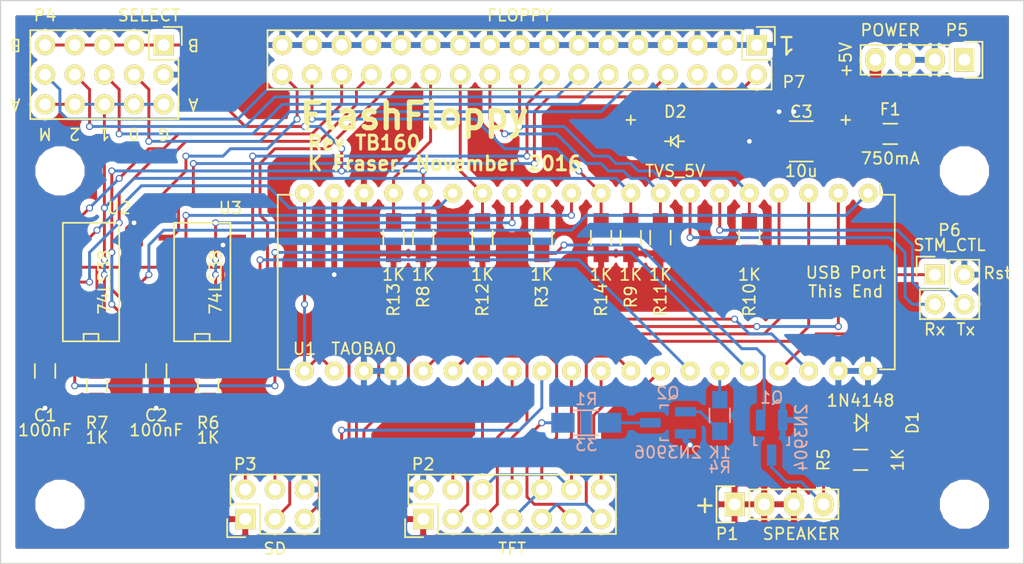
<source format=kicad_pcb>
(kicad_pcb (version 4) (host pcbnew 4.0.2+e4-6225~38~ubuntu14.04.1-stable)
  (layers (0 F.Cu signal) (31 B.Cu signal) (34 B.Paste user) (35 F.Paste user) (36 B.SilkS user) (37 F.SilkS user) (38 B.Mask user) (39 F.Mask user) (44 Edge.Cuts user))
  (net 0 "")
  (net 1 +5V)
  (net 2 GND)
  (net 3 "Net-(D1-Pad2)")
  (net 4 "Net-(F1-Pad1)")
  (net 5 /TFT_CS)
  (net 6 /TFT_RESET)
  (net 7 /TFT_DCRS)
  (net 8 /TFT_MOSI)
  (net 9 /TFT_CK)
  (net 10 /TFT_LED)
  (net 11 /TFT_MISO)
  (net 12 /T_CS)
  (net 13 /T_IRQ)
  (net 14 /SD_CS)
  (net 15 /SD_MOSI)
  (net 16 /SD_CK)
  (net 17 /SD_MISO)
  (net 18 /_SELB)
  (net 19 /_SELA)
  (net 20 /_SEL0)
  (net 21 /_SEL1)
  (net 22 /_SEL2)
  (net 23 /_MTR)
  (net 24 /RESET)
  (net 25 /SER_RX)
  (net 26 /SER_TX)
  (net 27 /_CHNG)
  (net 28 /_INDEX)
  (net 29 /_DIR)
  (net 30 /_STEP)
  (net 31 /_DKWD)
  (net 32 /_DKWE)
  (net 33 /_TRK0)
  (net 34 /_WRPROT)
  (net 35 /_DKRD)
  (net 36 /_SIDE)
  (net 37 /_RDY)
  (net 38 "Net-(Q2-Pad3)")
  (net 39 /INDEX)
  (net 40 /SPK_PWM)
  (net 41 /LED_PWM)
  (net 42 "Net-(R6-Pad2)")
  (net 43 /SEL)
  (net 44 /WRPROT)
  (net 45 /3V3)
  (net 46 /DKRD)
  (net 47 /TRK0)
  (net 48 /CHNG)
  (net 49 /RDY)
  (net 50 "Net-(Q1-Pad1)")
  (net 51 "Net-(Q2-Pad1)")
  (net 52 "Net-(P5-Pad1)")
  (net 53 "Net-(P7-Pad4)")
  (net 54 "Net-(P7-Pad6)")
  (net 55 "Net-(U3-Pad11)")
  (module Housings_DIP:DIP-40_W15.24mm (layer F.Cu) (at 173.355 97.79 270)
    (fp_text reference U1 (at 13.335 48.26 360) (layer F.SilkS))
    (fp_text value TAOBAO (at 13.335 43.18 360) (layer F.SilkS))
    (pad 1 thru_hole oval (at 0 0 270) (size 1.6 1.6) (drill 0.8) (layers *.Cu *.Mask F.SilkS) (net 49 /RDY))
    (pad 2 thru_hole oval (at 0 2.54 270) (size 1.6 1.6) (drill 0.8) (layers *.Cu *.Mask F.SilkS) (net 16 /SD_CK))
    (pad 3 thru_hole oval (at 0 5.08 270) (size 1.6 1.6) (drill 0.8) (layers *.Cu *.Mask F.SilkS) (net 17 /SD_MISO))
    (pad 4 thru_hole oval (at 0 7.62 270) (size 1.6 1.6) (drill 0.8) (layers *.Cu *.Mask F.SilkS) (net 15 /SD_MOSI))
    (pad 5 thru_hole oval (at 0 10.16 270) (size 1.6 1.6) (drill 0.8) (layers *.Cu *.Mask F.SilkS) (net 29 /_DIR))
    (pad 6 thru_hole oval (at 0 12.7 270) (size 1.6 1.6) (drill 0.8) (layers *.Cu *.Mask F.SilkS) (net 26 /SER_TX))
    (pad 7 thru_hole oval (at 0 15.24 270) (size 1.6 1.6) (drill 0.8) (layers *.Cu *.Mask F.SilkS) (net 25 /SER_RX))
    (pad 8 thru_hole oval (at 0 17.78 270) (size 1.6 1.6) (drill 0.8) (layers *.Cu *.Mask F.SilkS) (net 30 /_STEP))
    (pad 9 thru_hole oval (at 0 20.32 270) (size 1.6 1.6) (drill 0.8) (layers *.Cu *.Mask F.SilkS) (net 19 /_SELA))
    (pad 10 thru_hole oval (at 0 22.86 270) (size 1.6 1.6) (drill 0.8) (layers *.Cu *.Mask F.SilkS) (net 36 /_SIDE))
    (pad 11 thru_hole oval (at 0 25.4 270) (size 1.6 1.6) (drill 0.8) (layers *.Cu *.Mask F.SilkS) (net 48 /CHNG))
    (pad 12 thru_hole oval (at 0 27.94 270) (size 1.6 1.6) (drill 0.8) (layers *.Cu *.Mask F.SilkS) (net 40 /SPK_PWM))
    (pad 13 thru_hole oval (at 0 30.48 270) (size 1.6 1.6) (drill 0.8) (layers *.Cu *.Mask F.SilkS) (net 47 /TRK0))
    (pad 14 thru_hole oval (at 0 33.02 270) (size 1.6 1.6) (drill 0.8) (layers *.Cu *.Mask F.SilkS) (net 31 /_DKWD))
    (pad 15 thru_hole oval (at 0 35.56 270) (size 1.6 1.6) (drill 0.8) (layers *.Cu *.Mask F.SilkS) (net 46 /DKRD))
    (pad 16 thru_hole oval (at 0 38.1 270) (size 1.6 1.6) (drill 0.8) (layers *.Cu *.Mask F.SilkS) (net 18 /_SELB))
    (pad 17 thru_hole oval (at 0 40.64 270) (size 1.6 1.6) (drill 0.8) (layers *.Cu *.Mask F.SilkS) (net 32 /_DKWE))
    (pad 18 thru_hole oval (at 0 43.18 270) (size 1.6 1.6) (drill 0.8) (layers *.Cu *.Mask F.SilkS) (net 1 +5V))
    (pad 19 thru_hole oval (at 0 45.72 270) (size 1.6 1.6) (drill 0.8) (layers *.Cu *.Mask F.SilkS) (net 2 GND))
    (pad 20 thru_hole oval (at 0 48.26 270) (size 1.6 1.6) (drill 0.8) (layers *.Cu *.Mask F.SilkS) (net 45 /3V3))
    (pad 21 thru_hole oval (at 15.24 48.26 270) (size 1.6 1.6) (drill 0.8) (layers *.Cu *.Mask F.SilkS) (net 45 /3V3))
    (pad 22 thru_hole oval (at 15.24 45.72 270) (size 1.6 1.6) (drill 0.8) (layers *.Cu *.Mask F.SilkS) (net 45 /3V3))
    (pad 23 thru_hole oval (at 15.24 43.18 270) (size 1.6 1.6) (drill 0.8) (layers *.Cu *.Mask F.SilkS) (net 2 GND))
    (pad 24 thru_hole oval (at 15.24 40.64 270) (size 1.6 1.6) (drill 0.8) (layers *.Cu *.Mask F.SilkS) (net 2 GND))
    (pad 25 thru_hole oval (at 15.24 38.1 270) (size 1.6 1.6) (drill 0.8) (layers *.Cu *.Mask F.SilkS) (net 12 /T_CS))
    (pad 26 thru_hole oval (at 15.24 35.56 270) (size 1.6 1.6) (drill 0.8) (layers *.Cu *.Mask F.SilkS) (net 7 /TFT_DCRS))
    (pad 27 thru_hole oval (at 15.24 33.02 270) (size 1.6 1.6) (drill 0.8) (layers *.Cu *.Mask F.SilkS) (net 6 /TFT_RESET))
    (pad 28 thru_hole oval (at 15.24 30.48 270) (size 1.6 1.6) (drill 0.8) (layers *.Cu *.Mask F.SilkS) (net 5 /TFT_CS))
    (pad 29 thru_hole oval (at 15.24 27.94 270) (size 1.6 1.6) (drill 0.8) (layers *.Cu *.Mask F.SilkS) (net 14 /SD_CS))
    (pad 30 thru_hole oval (at 15.24 25.4 270) (size 1.6 1.6) (drill 0.8) (layers *.Cu *.Mask F.SilkS) (net 9 /TFT_CK))
    (pad 31 thru_hole oval (at 15.24 22.86 270) (size 1.6 1.6) (drill 0.8) (layers *.Cu *.Mask F.SilkS) (net 11 /TFT_MISO))
    (pad 32 thru_hole oval (at 15.24 20.32 270) (size 1.6 1.6) (drill 0.8) (layers *.Cu *.Mask F.SilkS) (net 8 /TFT_MOSI))
    (pad 33 thru_hole oval (at 15.24 17.78 270) (size 1.6 1.6) (drill 0.8) (layers *.Cu *.Mask F.SilkS) (net 13 /T_IRQ))
    (pad 34 thru_hole oval (at 15.24 15.24 270) (size 1.6 1.6) (drill 0.8) (layers *.Cu *.Mask F.SilkS) (net 39 /INDEX))
    (pad 35 thru_hole oval (at 15.24 12.7 270) (size 1.6 1.6) (drill 0.8) (layers *.Cu *.Mask F.SilkS) (net 41 /LED_PWM))
    (pad 36 thru_hole oval (at 15.24 10.16 270) (size 1.6 1.6) (drill 0.8) (layers *.Cu *.Mask F.SilkS) (net 44 /WRPROT))
    (pad 37 thru_hole oval (at 15.24 7.62 270) (size 1.6 1.6) (drill 0.8) (layers *.Cu *.Mask F.SilkS) (net 24 /RESET))
    (pad 38 thru_hole oval (at 15.24 5.08 270) (size 1.6 1.6) (drill 0.8) (layers *.Cu *.Mask F.SilkS) (net 45 /3V3))
    (pad 39 thru_hole oval (at 15.24 2.54 270) (size 1.6 1.6) (drill 0.8) (layers *.Cu *.Mask F.SilkS) (net 2 GND))
    (pad 40 thru_hole oval (at 15.24 0 270) (size 1.6 1.6) (drill 0.8) (layers *.Cu *.Mask F.SilkS) (net 2 GND))
  )
  (module Pin_Headers:Pin_Header_Straight_1x04 (layer F.Cu) (at 161.925 124.46 90)
    (fp_text reference P1 (at -2.54 -0.635 180) (layer F.SilkS))
    (fp_text value SPEAKER (at -2.54 5.715 180) (layer F.SilkS))
    (pad 1 thru_hole rect (at 0 0 90) (size 2.032 1.7272) (drill 1.016) (layers *.Cu *.Mask F.SilkS) (net 1 +5V))
    (pad 2 thru_hole oval (at 0 2.54 90) (size 2.032 1.7272) (drill 1.016) (layers *.Cu *.Mask F.SilkS) (net 1 +5V))
    (pad 3 thru_hole oval (at 0 5.08 90) (size 2.032 1.7272) (drill 1.016) (layers *.Cu *.Mask F.SilkS) (net 1 +5V))
    (pad 4 thru_hole oval (at 0 7.62 90) (size 2.032 1.7272) (drill 1.016) (layers *.Cu *.Mask F.SilkS) (net 3 "Net-(D1-Pad2)"))
  )
  (module Pin_Headers:Pin_Header_Straight_2x07 (layer F.Cu) (at 135.255 125.73 90)
    (fp_text reference P2 (at 4.699 0 180) (layer F.SilkS))
    (fp_text value TFT (at -2.54 7.62 180) (layer F.SilkS))
    (pad 1 thru_hole rect (at 0 0 90) (size 1.7272 1.7272) (drill 1.016) (layers *.Cu *.Mask F.SilkS) (net 1 +5V))
    (pad 2 thru_hole oval (at 2.54 0 90) (size 1.7272 1.7272) (drill 1.016) (layers *.Cu *.Mask F.SilkS) (net 2 GND))
    (pad 3 thru_hole oval (at 0 2.54 90) (size 1.7272 1.7272) (drill 1.016) (layers *.Cu *.Mask F.SilkS) (net 5 /TFT_CS))
    (pad 4 thru_hole oval (at 2.54 2.54 90) (size 1.7272 1.7272) (drill 1.016) (layers *.Cu *.Mask F.SilkS) (net 6 /TFT_RESET))
    (pad 5 thru_hole oval (at 0 5.08 90) (size 1.7272 1.7272) (drill 1.016) (layers *.Cu *.Mask F.SilkS) (net 7 /TFT_DCRS))
    (pad 6 thru_hole oval (at 2.54 5.08 90) (size 1.7272 1.7272) (drill 1.016) (layers *.Cu *.Mask F.SilkS) (net 8 /TFT_MOSI))
    (pad 7 thru_hole oval (at 0 7.62 90) (size 1.7272 1.7272) (drill 1.016) (layers *.Cu *.Mask F.SilkS) (net 9 /TFT_CK))
    (pad 8 thru_hole oval (at 2.54 7.62 90) (size 1.7272 1.7272) (drill 1.016) (layers *.Cu *.Mask F.SilkS) (net 10 /TFT_LED))
    (pad 9 thru_hole oval (at 0 10.16 90) (size 1.7272 1.7272) (drill 1.016) (layers *.Cu *.Mask F.SilkS) (net 11 /TFT_MISO))
    (pad 10 thru_hole oval (at 2.54 10.16 90) (size 1.7272 1.7272) (drill 1.016) (layers *.Cu *.Mask F.SilkS) (net 9 /TFT_CK))
    (pad 11 thru_hole oval (at 0 12.7 90) (size 1.7272 1.7272) (drill 1.016) (layers *.Cu *.Mask F.SilkS) (net 12 /T_CS))
    (pad 12 thru_hole oval (at 2.54 12.7 90) (size 1.7272 1.7272) (drill 1.016) (layers *.Cu *.Mask F.SilkS) (net 8 /TFT_MOSI))
    (pad 13 thru_hole oval (at 0 15.24 90) (size 1.7272 1.7272) (drill 1.016) (layers *.Cu *.Mask F.SilkS) (net 11 /TFT_MISO))
    (pad 14 thru_hole oval (at 2.54 15.24 90) (size 1.7272 1.7272) (drill 1.016) (layers *.Cu *.Mask F.SilkS) (net 13 /T_IRQ))
  )
  (module Pin_Headers:Pin_Header_Straight_2x03 (layer F.Cu) (at 120.015 125.73 90)
    (fp_text reference P3 (at 4.699 0 180) (layer F.SilkS))
    (fp_text value SD (at -2.54 2.54 180) (layer F.SilkS))
    (pad 1 thru_hole rect (at 0 0 90) (size 1.7272 1.7272) (drill 1.016) (layers *.Cu *.Mask F.SilkS) (net 1 +5V))
    (pad 2 thru_hole oval (at 2.54 0 90) (size 1.7272 1.7272) (drill 1.016) (layers *.Cu *.Mask F.SilkS) (net 14 /SD_CS))
    (pad 3 thru_hole oval (at 0 2.54 90) (size 1.7272 1.7272) (drill 1.016) (layers *.Cu *.Mask F.SilkS) (net 15 /SD_MOSI))
    (pad 4 thru_hole oval (at 2.54 2.54 90) (size 1.7272 1.7272) (drill 1.016) (layers *.Cu *.Mask F.SilkS) (net 16 /SD_CK))
    (pad 5 thru_hole oval (at 0 5.08 90) (size 1.7272 1.7272) (drill 1.016) (layers *.Cu *.Mask F.SilkS) (net 17 /SD_MISO))
    (pad 6 thru_hole oval (at 2.54 5.08 90) (size 1.7272 1.7272) (drill 1.016) (layers *.Cu *.Mask F.SilkS) (net 2 GND))
  )
  (module FF:Pin_Header_Straight_3x05 (layer F.Cu) (at 113.03 85.09 270)
    (fp_text reference P4 (at -2.54 10.16 360) (layer F.SilkS))
    (fp_text value SELECT (at -2.54 1.27 360) (layer F.SilkS))
    (pad 15 thru_hole oval (at 5.08 10.16 270) (size 1.7272 1.7272) (drill 1.016) (layers *.Cu *.Mask F.SilkS) (net 19 /_SELA))
    (pad 14 thru_hole oval (at 5.08 7.62 270) (size 1.7272 1.7272) (drill 1.016) (layers *.Cu *.Mask F.SilkS) (net 19 /_SELA))
    (pad 13 thru_hole oval (at 5.08 5.08 270) (size 1.7272 1.7272) (drill 1.016) (layers *.Cu *.Mask F.SilkS) (net 19 /_SELA))
    (pad 12 thru_hole oval (at 5.08 2.54 270) (size 1.7272 1.7272) (drill 1.016) (layers *.Cu *.Mask F.SilkS) (net 19 /_SELA))
    (pad 11 thru_hole oval (at 5.08 0 270) (size 1.7272 1.7272) (drill 1.016) (layers *.Cu *.Mask F.SilkS) (net 19 /_SELA))
    (pad 1 thru_hole rect (at 0 0 270) (size 1.7272 1.7272) (drill 1.016) (layers *.Cu *.Mask F.SilkS) (net 18 /_SELB))
    (pad 6 thru_hole oval (at 2.54 0 270) (size 1.7272 1.7272) (drill 1.016) (layers *.Cu *.Mask F.SilkS) (net 2 GND))
    (pad 2 thru_hole oval (at 0 2.54 270) (size 1.7272 1.7272) (drill 1.016) (layers *.Cu *.Mask F.SilkS) (net 18 /_SELB))
    (pad 7 thru_hole oval (at 2.54 2.54 270) (size 1.7272 1.7272) (drill 1.016) (layers *.Cu *.Mask F.SilkS) (net 20 /_SEL0))
    (pad 3 thru_hole oval (at 0 5.08 270) (size 1.7272 1.7272) (drill 1.016) (layers *.Cu *.Mask F.SilkS) (net 18 /_SELB))
    (pad 8 thru_hole oval (at 2.54 5.08 270) (size 1.7272 1.7272) (drill 1.016) (layers *.Cu *.Mask F.SilkS) (net 21 /_SEL1))
    (pad 4 thru_hole oval (at 0 7.62 270) (size 1.7272 1.7272) (drill 1.016) (layers *.Cu *.Mask F.SilkS) (net 18 /_SELB))
    (pad 9 thru_hole oval (at 2.54 7.62 270) (size 1.7272 1.7272) (drill 1.016) (layers *.Cu *.Mask F.SilkS) (net 22 /_SEL2))
    (pad 5 thru_hole oval (at 0 10.16 270) (size 1.7272 1.7272) (drill 1.016) (layers *.Cu *.Mask F.SilkS) (net 18 /_SELB))
    (pad 10 thru_hole oval (at 2.54 10.16 270) (size 1.7272 1.7272) (drill 1.016) (layers *.Cu *.Mask F.SilkS) (net 23 /_MTR))
  )
  (module Pin_Headers:Pin_Header_Straight_1x04 (layer F.Cu) (at 181.61 86.36 270)
    (fp_text reference P5 (at -2.54 0.635 360) (layer F.SilkS))
    (fp_text value POWER (at -2.54 6.35 360) (layer F.SilkS))
    (pad 1 thru_hole rect (at 0 0 270) (size 2.032 1.7272) (drill 1.016) (layers *.Cu *.Mask F.SilkS) (net 52 "Net-(P5-Pad1)"))
    (pad 2 thru_hole oval (at 0 2.54 270) (size 2.032 1.7272) (drill 1.016) (layers *.Cu *.Mask F.SilkS) (net 2 GND))
    (pad 3 thru_hole oval (at 0 5.08 270) (size 2.032 1.7272) (drill 1.016) (layers *.Cu *.Mask F.SilkS) (net 2 GND))
    (pad 4 thru_hole oval (at 0 7.62 270) (size 2.032 1.7272) (drill 1.016) (layers *.Cu *.Mask F.SilkS) (net 4 "Net-(F1-Pad1)"))
  )
  (module Pin_Headers:Pin_Header_Straight_2x17 (layer F.Cu) (at 163.83 85.09 270)
    (fp_text reference P7 (at 3.175 -3.175 540) (layer F.SilkS))
    (fp_text value FLOPPY (at -2.54 20.32 540) (layer F.SilkS))
    (pad 1 thru_hole rect (at 0 0 270) (size 1.7272 1.7272) (drill 1.016) (layers *.Cu *.Mask F.SilkS) (net 2 GND))
    (pad 2 thru_hole oval (at 2.54 0 270) (size 1.7272 1.7272) (drill 1.016) (layers *.Cu *.Mask F.SilkS) (net 27 /_CHNG))
    (pad 3 thru_hole oval (at 0 2.54 270) (size 1.7272 1.7272) (drill 1.016) (layers *.Cu *.Mask F.SilkS) (net 2 GND))
    (pad 4 thru_hole oval (at 2.54 2.54 270) (size 1.7272 1.7272) (drill 1.016) (layers *.Cu *.Mask F.SilkS) (net 53 "Net-(P7-Pad4)"))
    (pad 5 thru_hole oval (at 0 5.08 270) (size 1.7272 1.7272) (drill 1.016) (layers *.Cu *.Mask F.SilkS) (net 2 GND))
    (pad 6 thru_hole oval (at 2.54 5.08 270) (size 1.7272 1.7272) (drill 1.016) (layers *.Cu *.Mask F.SilkS) (net 54 "Net-(P7-Pad6)"))
    (pad 7 thru_hole oval (at 0 7.62 270) (size 1.7272 1.7272) (drill 1.016) (layers *.Cu *.Mask F.SilkS) (net 2 GND))
    (pad 8 thru_hole oval (at 2.54 7.62 270) (size 1.7272 1.7272) (drill 1.016) (layers *.Cu *.Mask F.SilkS) (net 28 /_INDEX))
    (pad 9 thru_hole oval (at 0 10.16 270) (size 1.7272 1.7272) (drill 1.016) (layers *.Cu *.Mask F.SilkS) (net 2 GND))
    (pad 10 thru_hole oval (at 2.54 10.16 270) (size 1.7272 1.7272) (drill 1.016) (layers *.Cu *.Mask F.SilkS) (net 20 /_SEL0))
    (pad 11 thru_hole oval (at 0 12.7 270) (size 1.7272 1.7272) (drill 1.016) (layers *.Cu *.Mask F.SilkS) (net 2 GND))
    (pad 12 thru_hole oval (at 2.54 12.7 270) (size 1.7272 1.7272) (drill 1.016) (layers *.Cu *.Mask F.SilkS) (net 21 /_SEL1))
    (pad 13 thru_hole oval (at 0 15.24 270) (size 1.7272 1.7272) (drill 1.016) (layers *.Cu *.Mask F.SilkS) (net 2 GND))
    (pad 14 thru_hole oval (at 2.54 15.24 270) (size 1.7272 1.7272) (drill 1.016) (layers *.Cu *.Mask F.SilkS) (net 22 /_SEL2))
    (pad 15 thru_hole oval (at 0 17.78 270) (size 1.7272 1.7272) (drill 1.016) (layers *.Cu *.Mask F.SilkS) (net 2 GND))
    (pad 16 thru_hole oval (at 2.54 17.78 270) (size 1.7272 1.7272) (drill 1.016) (layers *.Cu *.Mask F.SilkS) (net 23 /_MTR))
    (pad 17 thru_hole oval (at 0 20.32 270) (size 1.7272 1.7272) (drill 1.016) (layers *.Cu *.Mask F.SilkS) (net 2 GND))
    (pad 18 thru_hole oval (at 2.54 20.32 270) (size 1.7272 1.7272) (drill 1.016) (layers *.Cu *.Mask F.SilkS) (net 29 /_DIR))
    (pad 19 thru_hole oval (at 0 22.86 270) (size 1.7272 1.7272) (drill 1.016) (layers *.Cu *.Mask F.SilkS) (net 2 GND))
    (pad 20 thru_hole oval (at 2.54 22.86 270) (size 1.7272 1.7272) (drill 1.016) (layers *.Cu *.Mask F.SilkS) (net 30 /_STEP))
    (pad 21 thru_hole oval (at 0 25.4 270) (size 1.7272 1.7272) (drill 1.016) (layers *.Cu *.Mask F.SilkS) (net 2 GND))
    (pad 22 thru_hole oval (at 2.54 25.4 270) (size 1.7272 1.7272) (drill 1.016) (layers *.Cu *.Mask F.SilkS) (net 31 /_DKWD))
    (pad 23 thru_hole oval (at 0 27.94 270) (size 1.7272 1.7272) (drill 1.016) (layers *.Cu *.Mask F.SilkS) (net 2 GND))
    (pad 24 thru_hole oval (at 2.54 27.94 270) (size 1.7272 1.7272) (drill 1.016) (layers *.Cu *.Mask F.SilkS) (net 32 /_DKWE))
    (pad 25 thru_hole oval (at 0 30.48 270) (size 1.7272 1.7272) (drill 1.016) (layers *.Cu *.Mask F.SilkS) (net 2 GND))
    (pad 26 thru_hole oval (at 2.54 30.48 270) (size 1.7272 1.7272) (drill 1.016) (layers *.Cu *.Mask F.SilkS) (net 33 /_TRK0))
    (pad 27 thru_hole oval (at 0 33.02 270) (size 1.7272 1.7272) (drill 1.016) (layers *.Cu *.Mask F.SilkS) (net 2 GND))
    (pad 28 thru_hole oval (at 2.54 33.02 270) (size 1.7272 1.7272) (drill 1.016) (layers *.Cu *.Mask F.SilkS) (net 34 /_WRPROT))
    (pad 29 thru_hole oval (at 0 35.56 270) (size 1.7272 1.7272) (drill 1.016) (layers *.Cu *.Mask F.SilkS) (net 2 GND))
    (pad 30 thru_hole oval (at 2.54 35.56 270) (size 1.7272 1.7272) (drill 1.016) (layers *.Cu *.Mask F.SilkS) (net 35 /_DKRD))
    (pad 31 thru_hole oval (at 0 38.1 270) (size 1.7272 1.7272) (drill 1.016) (layers *.Cu *.Mask F.SilkS) (net 2 GND))
    (pad 32 thru_hole oval (at 2.54 38.1 270) (size 1.7272 1.7272) (drill 1.016) (layers *.Cu *.Mask F.SilkS) (net 36 /_SIDE))
    (pad 33 thru_hole oval (at 0 40.64 270) (size 1.7272 1.7272) (drill 1.016) (layers *.Cu *.Mask F.SilkS) (net 2 GND))
    (pad 34 thru_hole oval (at 2.54 40.64 270) (size 1.7272 1.7272) (drill 1.016) (layers *.Cu *.Mask F.SilkS) (net 37 /_RDY))
  )
  (module FF:C_3528 (layer F.Cu) (at 167.64 93.345 180)
    (fp_text reference C3 (at 0 2.54 180) (layer F.SilkS))
    (fp_text value 10u (at 0 -2.54 180) (layer F.SilkS))
    (pad 1 smd rect (at -2.135 0 180) (size 2.6 2.6) (layers F.Cu F.Paste F.Mask) (net 1 +5V))
    (pad 2 smd rect (at 2.065 0 180) (size 2.6 2.6) (layers F.Cu F.Paste F.Mask) (net 2 GND))
  )
  (module FF:D_SOD128 (layer F.Cu) (at 156.845 93.345)
    (fp_text reference D2 (at 0 -2.54) (layer F.SilkS))
    (fp_text value TVS_5V (at 0 2.54) (layer F.SilkS))
    (pad 1 smd rect (at -2.45 0) (size 2.5 2.2) (layers F.Cu F.Paste F.Mask) (net 1 +5V))
    (pad 2 smd rect (at 2.45 0) (size 2.5 2.2) (layers F.Cu F.Paste F.Mask) (net 2 GND))
  )
  (module TO_SOT_Packages_SMD:SOT-23_Handsoldering (layer B.Cu) (at 165.1 118.745)
    (fp_text reference Q1 (at 0 -3.429 180) (layer B.SilkS) (effects (justify mirror)))
    (fp_text value 2N3904 (at 2.54 0 90) (layer B.SilkS) (effects (justify mirror)))
    (pad 1 smd rect (at -0.95 -1.50114) (size 0.8001 1.80086) (layers B.Cu B.Paste B.Mask) (net 50 "Net-(Q1-Pad1)"))
    (pad 2 smd rect (at 0.95 -1.50114) (size 0.8001 1.80086) (layers B.Cu B.Paste B.Mask) (net 2 GND))
    (pad 3 smd rect (at 0 1.50114) (size 0.8001 1.80086) (layers B.Cu B.Paste B.Mask) (net 3 "Net-(D1-Pad2)"))
  )
  (module TO_SOT_Packages_SMD:SOT-23_Handsoldering (layer B.Cu) (at 156.21 117.475 270)
    (fp_text reference Q2 (at -2.54 0 540) (layer B.SilkS) (effects (justify mirror)))
    (fp_text value 2N3906 (at 2.54 0 540) (layer B.SilkS) (effects (justify mirror)))
    (pad 1 smd rect (at -0.95 -1.50114 270) (size 0.8001 1.80086) (layers B.Cu B.Paste B.Mask) (net 51 "Net-(Q2-Pad1)"))
    (pad 2 smd rect (at 0.95 -1.50114 270) (size 0.8001 1.80086) (layers B.Cu B.Paste B.Mask) (net 1 +5V))
    (pad 3 smd rect (at 0 1.50114 270) (size 0.8001 1.80086) (layers B.Cu B.Paste B.Mask) (net 38 "Net-(Q2-Pad3)"))
  )
  (module Resistors_SMD:R_0805_HandSoldering (layer F.Cu) (at 145.415 101.6 90)
    (fp_text reference R3 (at -5.08 0 90) (layer F.SilkS))
    (fp_text value 1K (at -3.175 0 180) (layer F.SilkS))
    (pad 1 smd rect (at -1.35 0 90) (size 1.5 1.3) (layers F.Cu F.Paste F.Mask) (net 50 "Net-(Q1-Pad1)"))
    (pad 2 smd rect (at 1.35 0 90) (size 1.5 1.3) (layers F.Cu F.Paste F.Mask) (net 40 /SPK_PWM))
  )
  (module Resistors_SMD:R_0805_HandSoldering (layer B.Cu) (at 160.655 116.84 270)
    (fp_text reference R4 (at 4.445 0 360) (layer B.SilkS) (effects (justify mirror)))
    (fp_text value 1K (at 3.175 0 360) (layer B.SilkS) (effects (justify mirror)))
    (pad 1 smd rect (at -1.35 0 270) (size 1.5 1.3) (layers B.Cu B.Paste B.Mask) (net 41 /LED_PWM))
    (pad 2 smd rect (at 1.35 0 270) (size 1.5 1.3) (layers B.Cu B.Paste B.Mask) (net 51 "Net-(Q2-Pad1)"))
  )
  (module Resistors_SMD:R_0805_HandSoldering (layer F.Cu) (at 172.72 120.65 180)
    (fp_text reference R5 (at 3.175 0 270) (layer F.SilkS))
    (fp_text value 1K (at -3.175 0 270) (layer F.SilkS))
    (pad 1 smd rect (at -1.35 0 180) (size 1.5 1.3) (layers F.Cu F.Paste F.Mask) (net 1 +5V))
    (pad 2 smd rect (at 1.35 0 180) (size 1.5 1.3) (layers F.Cu F.Paste F.Mask) (net 3 "Net-(D1-Pad2)"))
  )
  (module Resistors_SMD:R_0805_HandSoldering (layer F.Cu) (at 116.84 114.3 90)
    (fp_text reference R6 (at -3.175 0 180) (layer F.SilkS))
    (fp_text value 1K (at -4.445 0 180) (layer F.SilkS))
    (pad 1 smd rect (at -1.35 0 90) (size 1.5 1.3) (layers F.Cu F.Paste F.Mask) (net 1 +5V))
    (pad 2 smd rect (at 1.35 0 90) (size 1.5 1.3) (layers F.Cu F.Paste F.Mask) (net 42 "Net-(R6-Pad2)"))
  )
  (module Resistors_SMD:R_0805_HandSoldering (layer F.Cu) (at 107.315 114.3 90)
    (fp_text reference R7 (at -3.175 0 180) (layer F.SilkS))
    (fp_text value 1K (at -4.445 0 180) (layer F.SilkS))
    (pad 1 smd rect (at -1.35 0 90) (size 1.5 1.3) (layers F.Cu F.Paste F.Mask) (net 1 +5V))
    (pad 2 smd rect (at 1.35 0 90) (size 1.5 1.3) (layers F.Cu F.Paste F.Mask) (net 43 /SEL))
  )
  (module Resistors_SMD:R_0805_HandSoldering (layer F.Cu) (at 135.255 101.6 90)
    (fp_text reference R8 (at -5.08 0 90) (layer F.SilkS))
    (fp_text value 1K (at -3.175 0 180) (layer F.SilkS))
    (pad 1 smd rect (at -1.35 0 90) (size 1.5 1.3) (layers F.Cu F.Paste F.Mask) (net 1 +5V))
    (pad 2 smd rect (at 1.35 0 90) (size 1.5 1.3) (layers F.Cu F.Paste F.Mask) (net 18 /_SELB))
  )
  (module Resistors_SMD:R_0805_HandSoldering (layer F.Cu) (at 153.035 101.6 90)
    (fp_text reference R9 (at -5.08 0 90) (layer F.SilkS))
    (fp_text value 1K (at -3.175 0 180) (layer F.SilkS))
    (pad 1 smd rect (at -1.35 0 90) (size 1.5 1.3) (layers F.Cu F.Paste F.Mask) (net 1 +5V))
    (pad 2 smd rect (at 1.35 0 90) (size 1.5 1.3) (layers F.Cu F.Paste F.Mask) (net 19 /_SELA))
  )
  (module Resistors_SMD:R_0805_HandSoldering (layer F.Cu) (at 163.195 101.6 90)
    (fp_text reference R10 (at -5.334 0 90) (layer F.SilkS))
    (fp_text value 1K (at -3.175 0 180) (layer F.SilkS))
    (pad 1 smd rect (at -1.35 0 90) (size 1.5 1.3) (layers F.Cu F.Paste F.Mask) (net 1 +5V))
    (pad 2 smd rect (at 1.35 0 90) (size 1.5 1.3) (layers F.Cu F.Paste F.Mask) (net 29 /_DIR))
  )
  (module Resistors_SMD:R_0805_HandSoldering (layer F.Cu) (at 155.575 101.6 90)
    (fp_text reference R11 (at -5.334 0 90) (layer F.SilkS))
    (fp_text value 1K (at -3.175 0 180) (layer F.SilkS))
    (pad 1 smd rect (at -1.35 0 90) (size 1.5 1.3) (layers F.Cu F.Paste F.Mask) (net 1 +5V))
    (pad 2 smd rect (at 1.35 0 90) (size 1.5 1.3) (layers F.Cu F.Paste F.Mask) (net 30 /_STEP))
  )
  (module Resistors_SMD:R_0805_HandSoldering (layer F.Cu) (at 140.335 101.6 90)
    (fp_text reference R12 (at -5.334 0 90) (layer F.SilkS))
    (fp_text value 1K (at -3.175 0 180) (layer F.SilkS))
    (pad 1 smd rect (at -1.35 0 90) (size 1.5 1.3) (layers F.Cu F.Paste F.Mask) (net 1 +5V))
    (pad 2 smd rect (at 1.35 0 90) (size 1.5 1.3) (layers F.Cu F.Paste F.Mask) (net 31 /_DKWD))
  )
  (module Resistors_SMD:R_0805_HandSoldering (layer F.Cu) (at 132.715 101.6 90)
    (fp_text reference R13 (at -5.334 0 90) (layer F.SilkS))
    (fp_text value 1K (at -3.175 0 180) (layer F.SilkS))
    (pad 1 smd rect (at -1.35 0 90) (size 1.5 1.3) (layers F.Cu F.Paste F.Mask) (net 1 +5V))
    (pad 2 smd rect (at 1.35 0 90) (size 1.5 1.3) (layers F.Cu F.Paste F.Mask) (net 32 /_DKWE))
  )
  (module Resistors_SMD:R_0805_HandSoldering (layer F.Cu) (at 150.495 101.6 90)
    (fp_text reference R14 (at -5.334 0 90) (layer F.SilkS))
    (fp_text value 1K (at -3.175 0 180) (layer F.SilkS))
    (pad 1 smd rect (at -1.35 0 90) (size 1.5 1.3) (layers F.Cu F.Paste F.Mask) (net 1 +5V))
    (pad 2 smd rect (at 1.35 0 90) (size 1.5 1.3) (layers F.Cu F.Paste F.Mask) (net 36 /_SIDE))
  )
  (module SMD_Packages:SOIC-14_N (layer F.Cu) (at 106.68 105.41 90)
    (fp_text reference U2 (at 6.35 2.54 180) (layer F.SilkS))
    (fp_text value 74LS38 (at 0 1.27 90) (layer F.SilkS))
    (pad 1 smd rect (at -3.81 3.302 90) (size 0.508 1.143) (layers F.Cu F.Paste F.Mask) (net 19 /_SELA))
    (pad 2 smd rect (at -2.54 3.302 90) (size 0.508 1.143) (layers F.Cu F.Paste F.Mask) (net 18 /_SELB))
    (pad 3 smd rect (at -1.27 3.302 90) (size 0.508 1.143) (layers F.Cu F.Paste F.Mask) (net 43 /SEL))
    (pad 4 smd rect (at 0 3.302 90) (size 0.508 1.143) (layers F.Cu F.Paste F.Mask) (net 49 /RDY))
    (pad 5 smd rect (at 1.27 3.302 90) (size 0.508 1.143) (layers F.Cu F.Paste F.Mask) (net 43 /SEL))
    (pad 6 smd rect (at 2.54 3.302 90) (size 0.508 1.143) (layers F.Cu F.Paste F.Mask) (net 37 /_RDY))
    (pad 7 smd rect (at 3.81 3.302 90) (size 0.508 1.143) (layers F.Cu F.Paste F.Mask) (net 2 GND))
    (pad 8 smd rect (at 3.81 -3.048 90) (size 0.508 1.143) (layers F.Cu F.Paste F.Mask) (net 35 /_DKRD))
    (pad 9 smd rect (at 2.54 -3.048 90) (size 0.508 1.143) (layers F.Cu F.Paste F.Mask) (net 46 /DKRD))
    (pad 11 smd rect (at 0 -3.048 90) (size 0.508 1.143) (layers F.Cu F.Paste F.Mask) (net 34 /_WRPROT))
    (pad 12 smd rect (at -1.27 -3.048 90) (size 0.508 1.143) (layers F.Cu F.Paste F.Mask) (net 44 /WRPROT))
    (pad 13 smd rect (at -2.54 -3.048 90) (size 0.508 1.143) (layers F.Cu F.Paste F.Mask) (net 43 /SEL))
    (pad 14 smd rect (at -3.81 -3.048 90) (size 0.508 1.143) (layers F.Cu F.Paste F.Mask) (net 1 +5V))
    (pad 10 smd rect (at 1.27 -3.048 90) (size 0.508 1.143) (layers F.Cu F.Paste F.Mask) (net 43 /SEL))
  )
  (module SMD_Packages:SOIC-14_N (layer F.Cu) (at 116.205 105.41 90)
    (fp_text reference U3 (at 6.35 2.54 180) (layer F.SilkS))
    (fp_text value 74LS38 (at 0 1.27 90) (layer F.SilkS))
    (pad 1 smd rect (at -3.81 3.302 90) (size 0.508 1.143) (layers F.Cu F.Paste F.Mask) (net 47 /TRK0))
    (pad 2 smd rect (at -2.54 3.302 90) (size 0.508 1.143) (layers F.Cu F.Paste F.Mask) (net 43 /SEL))
    (pad 3 smd rect (at -1.27 3.302 90) (size 0.508 1.143) (layers F.Cu F.Paste F.Mask) (net 33 /_TRK0))
    (pad 4 smd rect (at 0 3.302 90) (size 0.508 1.143) (layers F.Cu F.Paste F.Mask) (net 39 /INDEX))
    (pad 5 smd rect (at 1.27 3.302 90) (size 0.508 1.143) (layers F.Cu F.Paste F.Mask) (net 43 /SEL))
    (pad 6 smd rect (at 2.54 3.302 90) (size 0.508 1.143) (layers F.Cu F.Paste F.Mask) (net 28 /_INDEX))
    (pad 7 smd rect (at 3.81 3.302 90) (size 0.508 1.143) (layers F.Cu F.Paste F.Mask) (net 2 GND))
    (pad 8 smd rect (at 3.81 -3.048 90) (size 0.508 1.143) (layers F.Cu F.Paste F.Mask) (net 27 /_CHNG))
    (pad 9 smd rect (at 2.54 -3.048 90) (size 0.508 1.143) (layers F.Cu F.Paste F.Mask) (net 48 /CHNG))
    (pad 11 smd rect (at 0 -3.048 90) (size 0.508 1.143) (layers F.Cu F.Paste F.Mask) (net 55 "Net-(U3-Pad11)"))
    (pad 12 smd rect (at -1.27 -3.048 90) (size 0.508 1.143) (layers F.Cu F.Paste F.Mask) (net 42 "Net-(R6-Pad2)"))
    (pad 13 smd rect (at -2.54 -3.048 90) (size 0.508 1.143) (layers F.Cu F.Paste F.Mask) (net 42 "Net-(R6-Pad2)"))
    (pad 14 smd rect (at -3.81 -3.048 90) (size 0.508 1.143) (layers F.Cu F.Paste F.Mask) (net 1 +5V))
    (pad 10 smd rect (at 1.27 -3.048 90) (size 0.508 1.143) (layers F.Cu F.Paste F.Mask) (net 43 /SEL))
  )
  (module Resistors_SMD:R_0805_HandSoldering (layer F.Cu) (at 102.87 113.03 270)
    (fp_text reference C1 (at 3.81 0 360) (layer F.SilkS))
    (fp_text value 100nF (at 5.08 0 360) (layer F.SilkS))
    (pad 1 smd rect (at -1.35 0 270) (size 1.5 1.3) (layers F.Cu F.Paste F.Mask) (net 1 +5V))
    (pad 2 smd rect (at 1.35 0 270) (size 1.5 1.3) (layers F.Cu F.Paste F.Mask) (net 2 GND))
  )
  (module Resistors_SMD:R_0805_HandSoldering (layer F.Cu) (at 112.395 113.03 270)
    (fp_text reference C2 (at 3.81 0 360) (layer F.SilkS))
    (fp_text value 100nF (at 5.08 0 360) (layer F.SilkS))
    (pad 1 smd rect (at -1.35 0 270) (size 1.5 1.3) (layers F.Cu F.Paste F.Mask) (net 1 +5V))
    (pad 2 smd rect (at 1.35 0 270) (size 1.5 1.3) (layers F.Cu F.Paste F.Mask) (net 2 GND))
  )
  (module Resistors_SMD:R_0805_HandSoldering (layer F.Cu) (at 175.26 92.71)
    (fp_text reference F1 (at 0 -2.1) (layer F.SilkS))
    (fp_text value 750mA (at 0 2.1) (layer F.SilkS))
    (pad 1 smd rect (at -1.35 0) (size 1.5 1.3) (layers F.Cu F.Paste F.Mask) (net 4 "Net-(F1-Pad1)"))
    (pad 2 smd rect (at 1.35 0) (size 1.5 1.3) (layers F.Cu F.Paste F.Mask) (net 1 +5V))
  )
  (module Resistors_SMD:R_1206_HandSoldering (layer B.Cu) (at 149.225 117.475 180)
    (fp_text reference R1 (at 0 2.032 180) (layer B.SilkS) (effects (justify mirror)))
    (fp_text value 33 (at 0 -1.905 180) (layer B.SilkS) (effects (justify mirror)))
    (pad 1 smd rect (at -2 0 180) (size 2 1.7) (layers B.Cu B.Paste B.Mask) (net 38 "Net-(Q2-Pad3)"))
    (pad 2 smd rect (at 2 0 180) (size 2 1.7) (layers B.Cu B.Paste B.Mask) (net 10 /TFT_LED))
  )
  (module FF:MiniMELF_Handsoldering (layer F.Cu) (at 172.72 117.475 180)
    (fp_text reference D1 (at -4.445 0 270) (layer F.SilkS))
    (fp_text value 1N4148 (at 0 1.905 360) (layer F.SilkS))
    (pad 1 smd rect (at -2.25 0 180) (size 2 2) (layers F.Cu F.Paste F.Mask) (net 1 +5V))
    (pad 2 smd rect (at 2.25 0 180) (size 2 2) (layers F.Cu F.Paste F.Mask) (net 3 "Net-(D1-Pad2)"))
  )
  (module Pin_Headers:Pin_Header_Straight_2x02 (layer F.Cu) (at 179.07 104.775)
    (fp_text reference P6 (at 1.27 -3.81) (layer F.SilkS))
    (fp_text value STM_CTL (at 1.27 -2.54) (layer F.SilkS))
    (pad 1 thru_hole rect (at 0 0) (size 1.7272 1.7272) (drill 1.016) (layers *.Cu *.Mask F.SilkS) (net 24 /RESET))
    (pad 2 thru_hole oval (at 2.54 0) (size 1.7272 1.7272) (drill 1.016) (layers *.Cu *.Mask F.SilkS) (net 2 GND))
    (pad 3 thru_hole oval (at 0 2.54) (size 1.7272 1.7272) (drill 1.016) (layers *.Cu *.Mask F.SilkS) (net 25 /SER_RX))
    (pad 4 thru_hole oval (at 2.54 2.54) (size 1.7272 1.7272) (drill 1.016) (layers *.Cu *.Mask F.SilkS) (net 26 /SER_TX))
  )
  (module Mounting_Holes:MountingHole_3.2mm_M3 (layer F.Cu) (at 181.61 95.885)
    (fp_text reference REF** hide)
    (fp_text value MountingHole_3.2mm_M3 hide)
    (pad 1 np_thru_hole circle (at 0 0) (size 3.2 3.2) (drill 3.2) (layers *.Cu *.Mask F.SilkS))
  )
  (module Mounting_Holes:MountingHole_3.2mm_M3 (layer F.Cu) (at 181.61 124.46)
    (fp_text reference REF** hide)
    (fp_text value MountingHole_3.2mm_M3 hide)
    (pad 1 np_thru_hole circle (at 0 0) (size 3.2 3.2) (drill 3.2) (layers *.Cu *.Mask F.SilkS))
  )
  (module Mounting_Holes:MountingHole_3.2mm_M3 (layer F.Cu) (at 104.14 95.885)
    (fp_text reference REF** hide)
    (fp_text value MountingHole_3.2mm_M3 hide)
    (pad 1 np_thru_hole circle (at 0 0) (size 3.2 3.2) (drill 3.2) (layers *.Cu *.Mask F.SilkS))
  )
  (module Mounting_Holes:MountingHole_3.2mm_M3 (layer F.Cu) (at 104.14 124.46)
    (fp_text reference REF** hide)
    (fp_text value MountingHole_3.2mm_M3 hide)
    (pad 1 np_thru_hole circle (at 0 0) (size 3.2 3.2) (drill 3.2) (layers *.Cu *.Mask F.SilkS))
  )
  (gr_line (start 99.06 129.54) (end 99.06 81.28) (angle 90) (layer Edge.Cuts) (width 0.1))
  (gr_line (start 186.69 129.54) (end 99.06 129.54) (angle 90) (layer Edge.Cuts) (width 0.1))
  (gr_line (start 186.69 81.28) (end 186.69 129.54) (angle 90) (layer Edge.Cuts) (width 0.1))
  (gr_text +5V (at 171.45 86.36 90) (layer F.SilkS) (effects (font (size 1 1))))
  (gr_text Rx (at 178.054 109.474) (layer F.SilkS) (effects (font (size 1 1)) (justify left)))
  (gr_text Tx (at 180.848 109.474) (layer F.SilkS) (effects (font (size 1 1)) (justify left)))
  (gr_text Rst (at 183.134 104.648) (layer F.SilkS) (effects (font (size 1 1)) (justify left)))
  (gr_text "K Fraser, November 2016" (at 125.222 95.25) (layer F.SilkS) (effects (font (size 1.2 1.2) (thickness 0.25)) (justify left)))
  (gr_text "Rev TB160" (at 125.222 93.472) (layer F.SilkS) (effects (font (size 1.2 1.2) (thickness 0.25)) (justify left)))
  (gr_text FlashFloppy (at 124.46 91.186) (layer F.SilkS) (effects (font (size 2.2 2.2) (thickness 0.45)) (justify left)))
  (gr_text "USB Port\nThis End" (at 171.45 105.41) (layer F.SilkS) (effects (font (size 1 1))))
  (gr_text + (at 159.385 124.46) (layer F.SilkS) (effects (font (size 1.5 1.5) (thickness 0.2))))
  (gr_text + (at 171.45 91.44) (layer F.SilkS) (effects (font (size 1 1))))
  (gr_text + (at 153.035 91.44) (layer F.SilkS) (effects (font (size 1 1))))
  (gr_text A (at 100.33 90.17 180) (layer F.SilkS) (effects (font (size 1 1))))
  (gr_text B (at 115.57 85.09 180) (layer F.SilkS) (effects (font (size 1 1))))
  (gr_text A (at 115.57 90.17 180) (layer F.SilkS) (effects (font (size 1 1))))
  (gr_text B (at 100.33 85.09 180) (layer F.SilkS) (effects (font (size 1 1))))
  (gr_text M (at 102.87 92.71 180) (layer F.SilkS) (effects (font (size 1 1))))
  (gr_text 2 (at 105.41 92.71 180) (layer F.SilkS) (effects (font (size 1 1))))
  (gr_text 1 (at 107.95 92.71 180) (layer F.SilkS) (effects (font (size 1 1))))
  (gr_text 0 (at 110.49 92.71 180) (layer F.SilkS) (effects (font (size 1 1))))
  (gr_text G (at 113.03 92.71 180) (layer F.SilkS) (effects (font (size 1 1))))
  (gr_text 1 (at 125.095 125.73) (layer F.SilkS) (effects (font (size 1.5 1.5) (thickness 0.2))))
  (gr_text 1 (at 140.335 125.73) (layer F.SilkS) (effects (font (size 1.5 1.5) (thickness 0.2))))
  (gr_text 1 (at 166.37 85.09 180) (layer F.SilkS) (effects (font (size 1.5 1.5) (thickness 0.2))))
  (gr_line (start 99.06 81.28) (end 186.69 81.28) (angle 90) (layer Edge.Cuts) (width 0.1))
  (segment (start 157.71114 118.425) (end 157.71114 118.97614) (width 0.5) (layer B.Cu) (net 1))
  (via (at 158.115 119.38) (size 0.6) (drill 0.4) (layers F.Cu B.Cu) (net 1))
  (segment (start 157.71114 118.97614) (end 158.115 119.38) (width 0.5) (layer B.Cu) (net 1))
  (segment (start 127.635 97.79) (end 127.635 104.775) (width 0.5) (layer F.Cu) (net 2))
  (via (at 127.635 104.775) (size 0.6) (drill 0.4) (layers F.Cu B.Cu) (net 2))
  (segment (start 119.507 101.6) (end 118.745 101.6) (width 0.5) (layer F.Cu) (net 2))
  (via (at 118.11 102.235) (size 0.6) (drill 0.4) (layers F.Cu B.Cu) (net 2))
  (segment (start 118.745 101.6) (end 118.11 102.235) (width 0.5) (layer F.Cu) (net 2))
  (segment (start 102.87 114.38) (end 102.87 116.205) (width 0.5) (layer F.Cu) (net 2))
  (via (at 102.87 116.205) (size 0.6) (drill 0.4) (layers F.Cu B.Cu) (net 2))
  (segment (start 112.395 114.38) (end 112.395 116.205) (width 0.5) (layer F.Cu) (net 2))
  (via (at 112.395 116.205) (size 0.6) (drill 0.4) (layers F.Cu B.Cu) (net 2))
  (segment (start 109.982 101.6) (end 109.982 100.838) (width 0.5) (layer F.Cu) (net 2))
  (via (at 110.49 100.33) (size 0.6) (drill 0.4) (layers F.Cu B.Cu) (net 2))
  (segment (start 109.982 100.838) (end 110.49 100.33) (width 0.5) (layer F.Cu) (net 2))
  (segment (start 159.295 93.345) (end 163.195 93.345) (width 0.5) (layer F.Cu) (net 2))
  (via (at 163.195 93.345) (size 0.6) (drill 0.4) (layers F.Cu B.Cu) (net 2))
  (segment (start 163.195 93.345) (end 165.575 93.345) (width 0.5) (layer F.Cu) (net 2))
  (segment (start 165.575 93.345) (end 165.575 90.965) (width 0.5) (layer F.Cu) (net 2))
  (via (at 165.735 90.805) (size 0.6) (drill 0.4) (layers F.Cu B.Cu) (net 2))
  (segment (start 165.575 90.965) (end 165.735 90.805) (width 0.5) (layer F.Cu) (net 2))
  (segment (start 165.575 93.345) (end 165.575 92.235) (width 0.5) (layer F.Cu) (net 2))
  (segment (start 165.575 92.235) (end 167.005 90.805) (width 0.5) (layer F.Cu) (net 2))
  (via (at 167.005 90.805) (size 0.6) (drill 0.4) (layers F.Cu B.Cu) (net 2))
  (segment (start 169.545 124.46) (end 169.545 122.475) (width 0.25) (layer F.Cu) (net 3))
  (segment (start 169.545 122.475) (end 171.37 120.65) (width 0.25) (layer F.Cu) (net 3))
  (segment (start 170.47 117.475) (end 170.47 118.4) (width 0.25) (layer F.Cu) (net 3))
  (segment (start 170.47 118.4) (end 171.37 119.3) (width 0.25) (layer F.Cu) (net 3))
  (segment (start 171.37 119.3) (end 171.37 120.65) (width 0.25) (layer F.Cu) (net 3))
  (segment (start 169.545 124.46) (end 169.545 123.745) (width 0.25) (layer F.Cu) (net 3))
  (segment (start 165.1 120.24614) (end 165.1 121.285) (width 0.25) (layer B.Cu) (net 3))
  (segment (start 167.64 122.555) (end 169.545 124.46) (width 0.25) (layer B.Cu) (net 3))
  (segment (start 166.37 122.555) (end 167.64 122.555) (width 0.25) (layer B.Cu) (net 3))
  (segment (start 165.1 121.285) (end 166.37 122.555) (width 0.25) (layer B.Cu) (net 3))
  (segment (start 173.99 86.36) (end 173.99 92.63) (width 1) (layer F.Cu) (net 4))
  (segment (start 173.99 92.63) (end 173.91 92.71) (width 1) (layer F.Cu) (net 4))
  (segment (start 137.795 125.73) (end 139.065 124.46) (width 0.25) (layer F.Cu) (net 5))
  (segment (start 142.875 117.475) (end 142.875 113.03) (width 0.25) (layer F.Cu) (net 5))
  (segment (start 139.065 121.285) (end 142.875 117.475) (width 0.25) (layer F.Cu) (net 5))
  (segment (start 139.065 124.46) (end 139.065 121.285) (width 0.25) (layer F.Cu) (net 5))
  (segment (start 137.795 123.19) (end 137.795 121.285) (width 0.25) (layer F.Cu) (net 6))
  (segment (start 140.335 118.745) (end 140.335 113.03) (width 0.25) (layer F.Cu) (net 6))
  (segment (start 137.795 121.285) (end 140.335 118.745) (width 0.25) (layer F.Cu) (net 6))
  (segment (start 140.335 125.73) (end 141.605 124.46) (width 0.25) (layer F.Cu) (net 7))
  (segment (start 139.065 111.76) (end 137.795 113.03) (width 0.25) (layer F.Cu) (net 7))
  (segment (start 143.51 111.76) (end 139.065 111.76) (width 0.25) (layer F.Cu) (net 7))
  (segment (start 144.145 112.395) (end 143.51 111.76) (width 0.25) (layer F.Cu) (net 7))
  (segment (start 144.145 117.475) (end 144.145 112.395) (width 0.25) (layer F.Cu) (net 7))
  (segment (start 141.605 120.015) (end 144.145 117.475) (width 0.25) (layer F.Cu) (net 7))
  (segment (start 141.605 124.46) (end 141.605 120.015) (width 0.25) (layer F.Cu) (net 7))
  (segment (start 147.955 123.19) (end 147.955 121.285) (width 0.25) (layer F.Cu) (net 8))
  (segment (start 151.765 111.76) (end 153.035 113.03) (width 0.25) (layer F.Cu) (net 8))
  (segment (start 149.86 111.76) (end 151.765 111.76) (width 0.25) (layer F.Cu) (net 8))
  (segment (start 149.225 112.395) (end 149.86 111.76) (width 0.25) (layer F.Cu) (net 8))
  (segment (start 149.225 114.935) (end 149.225 112.395) (width 0.25) (layer F.Cu) (net 8))
  (segment (start 148.59 115.57) (end 149.225 114.935) (width 0.25) (layer F.Cu) (net 8))
  (segment (start 148.59 120.65) (end 148.59 115.57) (width 0.25) (layer F.Cu) (net 8))
  (segment (start 147.955 121.285) (end 148.59 120.65) (width 0.25) (layer F.Cu) (net 8))
  (segment (start 140.335 123.19) (end 141.605 121.92) (width 0.25) (layer B.Cu) (net 8))
  (segment (start 146.685 121.92) (end 147.955 123.19) (width 0.25) (layer B.Cu) (net 8))
  (segment (start 141.605 121.92) (end 146.685 121.92) (width 0.25) (layer B.Cu) (net 8))
  (segment (start 142.875 125.73) (end 145.415 123.19) (width 0.25) (layer B.Cu) (net 9))
  (segment (start 145.415 123.19) (end 145.415 121.285) (width 0.25) (layer F.Cu) (net 9))
  (segment (start 147.955 118.745) (end 147.955 113.03) (width 0.25) (layer F.Cu) (net 9))
  (segment (start 145.415 121.285) (end 147.955 118.745) (width 0.25) (layer F.Cu) (net 9))
  (segment (start 142.875 123.19) (end 142.875 120.015) (width 0.25) (layer F.Cu) (net 10))
  (segment (start 145.415 117.475) (end 147.225 117.475) (width 0.25) (layer B.Cu) (net 10))
  (via (at 145.415 117.475) (size 0.6) (drill 0.4) (layers F.Cu B.Cu) (net 10))
  (segment (start 142.875 120.015) (end 145.415 117.475) (width 0.25) (layer F.Cu) (net 10))
  (segment (start 145.415 125.73) (end 146.685 124.46) (width 0.25) (layer B.Cu) (net 11))
  (segment (start 149.225 124.46) (end 150.495 125.73) (width 0.25) (layer B.Cu) (net 11))
  (segment (start 146.685 124.46) (end 149.225 124.46) (width 0.25) (layer B.Cu) (net 11))
  (segment (start 150.495 125.73) (end 149.225 124.46) (width 0.25) (layer F.Cu) (net 11))
  (segment (start 150.495 114.935) (end 150.495 113.03) (width 0.25) (layer F.Cu) (net 11))
  (segment (start 149.225 116.205) (end 150.495 114.935) (width 0.25) (layer F.Cu) (net 11))
  (segment (start 149.225 124.46) (end 149.225 116.205) (width 0.25) (layer F.Cu) (net 11))
  (segment (start 147.955 125.73) (end 146.685 124.46) (width 0.25) (layer F.Cu) (net 12))
  (segment (start 137.16 111.125) (end 135.255 113.03) (width 0.25) (layer F.Cu) (net 12))
  (segment (start 145.415 111.125) (end 137.16 111.125) (width 0.25) (layer F.Cu) (net 12))
  (segment (start 146.685 112.395) (end 145.415 111.125) (width 0.25) (layer F.Cu) (net 12))
  (segment (start 146.685 118.745) (end 146.685 112.395) (width 0.25) (layer F.Cu) (net 12))
  (segment (start 144.145 121.285) (end 146.685 118.745) (width 0.25) (layer F.Cu) (net 12))
  (segment (start 144.145 123.825) (end 144.145 121.285) (width 0.25) (layer F.Cu) (net 12))
  (segment (start 144.78 124.46) (end 144.145 123.825) (width 0.25) (layer F.Cu) (net 12))
  (segment (start 146.685 124.46) (end 144.78 124.46) (width 0.25) (layer F.Cu) (net 12))
  (segment (start 150.495 123.19) (end 150.495 121.285) (width 0.25) (layer F.Cu) (net 13))
  (segment (start 153.67 114.935) (end 155.575 113.03) (width 0.25) (layer F.Cu) (net 13))
  (segment (start 151.765 114.935) (end 153.67 114.935) (width 0.25) (layer F.Cu) (net 13))
  (segment (start 149.86 116.84) (end 151.765 114.935) (width 0.25) (layer F.Cu) (net 13))
  (segment (start 149.86 120.65) (end 149.86 116.84) (width 0.25) (layer F.Cu) (net 13))
  (segment (start 150.495 121.285) (end 149.86 120.65) (width 0.25) (layer F.Cu) (net 13))
  (segment (start 120.015 123.19) (end 120.015 121.285) (width 0.25) (layer F.Cu) (net 14))
  (via (at 128.27 118.11) (size 0.6) (drill 0.4) (layers F.Cu B.Cu) (net 14))
  (segment (start 128.27 119.38) (end 128.27 118.11) (width 0.25) (layer F.Cu) (net 14))
  (segment (start 127.635 120.015) (end 128.27 119.38) (width 0.25) (layer F.Cu) (net 14))
  (segment (start 121.285 120.015) (end 127.635 120.015) (width 0.25) (layer F.Cu) (net 14))
  (segment (start 120.015 121.285) (end 121.285 120.015) (width 0.25) (layer F.Cu) (net 14))
  (segment (start 128.27 118.11) (end 143.51 118.11) (width 0.25) (layer B.Cu) (net 14))
  (segment (start 143.51 118.11) (end 145.415 116.205) (width 0.25) (layer B.Cu) (net 14))
  (segment (start 145.415 116.205) (end 145.415 113.03) (width 0.25) (layer B.Cu) (net 14))
  (segment (start 145.415 113.03) (end 144.78 113.03) (width 0.25) (layer B.Cu) (net 14))
  (segment (start 131.445 114.3) (end 131.445 112.395) (width 0.25) (layer F.Cu) (net 15))
  (segment (start 131.445 112.395) (end 133.985 109.855) (width 0.25) (layer F.Cu) (net 15))
  (segment (start 165.735 97.79) (end 165.735 108.585) (width 0.25) (layer F.Cu) (net 15))
  (segment (start 164.465 109.855) (end 165.735 108.585) (width 0.25) (layer F.Cu) (net 15))
  (segment (start 133.985 109.855) (end 164.465 109.855) (width 0.25) (layer F.Cu) (net 15))
  (segment (start 129.54 116.205) (end 131.445 114.3) (width 0.25) (layer F.Cu) (net 15))
  (segment (start 128.905 121.285) (end 129.54 120.65) (width 0.25) (layer F.Cu) (net 15))
  (segment (start 123.825 124.46) (end 122.555 125.73) (width 0.25) (layer F.Cu) (net 15))
  (segment (start 123.825 121.92) (end 124.46 121.285) (width 0.25) (layer F.Cu) (net 15))
  (segment (start 123.825 124.46) (end 123.825 121.92) (width 0.25) (layer F.Cu) (net 15))
  (segment (start 124.46 121.285) (end 128.905 121.285) (width 0.25) (layer F.Cu) (net 15))
  (segment (start 129.54 120.65) (end 129.54 116.205) (width 0.25) (layer F.Cu) (net 15))
  (segment (start 122.555 123.19) (end 122.555 121.285) (width 0.25) (layer F.Cu) (net 16))
  (segment (start 128.905 120.015) (end 128.905 114.3) (width 0.25) (layer F.Cu) (net 16))
  (segment (start 128.27 120.65) (end 128.905 120.015) (width 0.25) (layer F.Cu) (net 16))
  (segment (start 123.19 120.65) (end 128.27 120.65) (width 0.25) (layer F.Cu) (net 16))
  (segment (start 122.555 121.285) (end 123.19 120.65) (width 0.25) (layer F.Cu) (net 16))
  (segment (start 128.905 112.395) (end 132.08 109.22) (width 0.25) (layer F.Cu) (net 16))
  (segment (start 128.905 114.3) (end 128.905 112.395) (width 0.25) (layer F.Cu) (net 16))
  (segment (start 170.815 109.22) (end 170.815 97.79) (width 0.25) (layer F.Cu) (net 16))
  (via (at 170.815 109.22) (size 0.6) (drill 0.4) (layers F.Cu B.Cu) (net 16))
  (segment (start 163.83 109.22) (end 170.815 109.22) (width 0.25) (layer B.Cu) (net 16))
  (via (at 163.83 109.22) (size 0.6) (drill 0.4) (layers F.Cu B.Cu) (net 16))
  (segment (start 132.08 109.22) (end 163.83 109.22) (width 0.25) (layer F.Cu) (net 16))
  (segment (start 127 121.92) (end 129.54 121.92) (width 0.25) (layer F.Cu) (net 17))
  (segment (start 135.89 110.49) (end 167.005 110.49) (width 0.25) (layer F.Cu) (net 17))
  (segment (start 167.005 110.49) (end 168.275 109.22) (width 0.25) (layer F.Cu) (net 17))
  (segment (start 168.275 97.79) (end 168.275 109.22) (width 0.25) (layer F.Cu) (net 17))
  (segment (start 133.985 112.395) (end 135.89 110.49) (width 0.25) (layer F.Cu) (net 17))
  (segment (start 126.365 124.46) (end 126.365 122.555) (width 0.25) (layer F.Cu) (net 17))
  (segment (start 126.365 122.555) (end 127 121.92) (width 0.25) (layer F.Cu) (net 17))
  (segment (start 126.365 124.46) (end 125.095 125.73) (width 0.25) (layer F.Cu) (net 17))
  (segment (start 133.985 114.3) (end 133.985 112.395) (width 0.25) (layer F.Cu) (net 17))
  (segment (start 130.175 118.11) (end 133.985 114.3) (width 0.25) (layer F.Cu) (net 17))
  (segment (start 130.175 121.285) (end 130.175 118.11) (width 0.25) (layer F.Cu) (net 17))
  (segment (start 129.54 121.92) (end 130.175 121.285) (width 0.25) (layer F.Cu) (net 17))
  (segment (start 135.255 97.79) (end 135.255 95.885) (width 0.25) (layer F.Cu) (net 18))
  (via (at 135.255 95.885) (size 0.6) (drill 0.4) (layers F.Cu B.Cu) (net 18))
  (segment (start 108.585 95.885) (end 108.585 102.87) (width 0.25) (layer F.Cu) (net 18))
  (segment (start 109.22 107.95) (end 109.982 107.95) (width 0.25) (layer F.Cu) (net 18))
  (segment (start 108.585 107.315) (end 109.22 107.95) (width 0.25) (layer F.Cu) (net 18))
  (via (at 108.585 107.315) (size 0.6) (drill 0.4) (layers F.Cu B.Cu) (net 18))
  (segment (start 108.585 102.87) (end 108.585 107.315) (width 0.25) (layer B.Cu) (net 18))
  (via (at 108.585 102.87) (size 0.6) (drill 0.4) (layers F.Cu B.Cu) (net 18))
  (segment (start 113.03 85.09) (end 114.935 85.09) (width 0.25) (layer F.Cu) (net 18))
  (segment (start 115.57 85.725) (end 114.935 85.09) (width 0.25) (layer F.Cu) (net 18))
  (segment (start 115.57 87.63) (end 115.57 85.725) (width 0.25) (layer F.Cu) (net 18))
  (segment (start 120.015 92.075) (end 115.57 87.63) (width 0.25) (layer F.Cu) (net 18))
  (segment (start 125.095 92.075) (end 120.015 92.075) (width 0.25) (layer F.Cu) (net 18))
  (via (at 125.095 92.075) (size 0.6) (drill 0.4) (layers F.Cu B.Cu) (net 18))
  (segment (start 126.365 92.075) (end 125.095 92.075) (width 0.25) (layer B.Cu) (net 18))
  (segment (start 128.27 93.98) (end 126.365 92.075) (width 0.25) (layer B.Cu) (net 18))
  (via (at 128.27 93.98) (size 0.6) (drill 0.4) (layers F.Cu B.Cu) (net 18))
  (segment (start 102.87 85.09) (end 105.41 85.09) (width 0.25) (layer F.Cu) (net 18))
  (segment (start 105.41 85.09) (end 107.95 85.09) (width 0.25) (layer F.Cu) (net 18))
  (segment (start 107.95 85.09) (end 110.49 85.09) (width 0.25) (layer F.Cu) (net 18))
  (segment (start 110.49 85.09) (end 113.03 85.09) (width 0.25) (layer F.Cu) (net 18))
  (via (at 108.585 95.885) (size 0.6) (drill 0.4) (layers F.Cu B.Cu) (net 18))
  (segment (start 108.585 95.885) (end 112.395 95.885) (width 0.25) (layer B.Cu) (net 18))
  (segment (start 128.27 93.98) (end 128.27 95.885) (width 0.25) (layer F.Cu) (net 18))
  (segment (start 128.27 95.885) (end 112.395 95.885) (width 0.25) (layer B.Cu) (net 18))
  (segment (start 128.27 95.885) (end 135.255 95.885) (width 0.25) (layer B.Cu) (net 18))
  (via (at 128.27 95.885) (size 0.6) (drill 0.4) (layers F.Cu B.Cu) (net 18))
  (segment (start 135.255 97.79) (end 135.255 100.25) (width 0.25) (layer F.Cu) (net 18))
  (segment (start 107.95 99.06) (end 107.95 90.17) (width 0.25) (layer F.Cu) (net 19))
  (segment (start 110.49 96.52) (end 107.95 99.06) (width 0.25) (layer B.Cu) (net 19))
  (segment (start 110.49 96.52) (end 144.145 96.52) (width 0.25) (layer B.Cu) (net 19))
  (via (at 107.95 99.06) (size 0.6) (drill 0.4) (layers F.Cu B.Cu) (net 19))
  (segment (start 107.95 99.06) (end 107.95 103.505) (width 0.25) (layer F.Cu) (net 19))
  (segment (start 107.95 103.505) (end 107.95 104.775) (width 0.25) (layer B.Cu) (net 19))
  (via (at 107.95 103.505) (size 0.6) (drill 0.4) (layers F.Cu B.Cu) (net 19))
  (via (at 107.95 104.775) (size 0.6) (drill 0.4) (layers F.Cu B.Cu) (net 19))
  (segment (start 151.765 96.52) (end 144.145 96.52) (width 0.25) (layer B.Cu) (net 19))
  (segment (start 107.95 104.775) (end 107.95 108.585) (width 0.25) (layer F.Cu) (net 19))
  (segment (start 107.95 108.585) (end 108.585 109.22) (width 0.25) (layer F.Cu) (net 19))
  (segment (start 153.035 97.79) (end 151.765 96.52) (width 0.25) (layer B.Cu) (net 19))
  (segment (start 108.585 109.22) (end 109.982 109.22) (width 0.25) (layer F.Cu) (net 19))
  (segment (start 113.03 90.17) (end 110.49 90.17) (width 0.25) (layer B.Cu) (net 19))
  (segment (start 110.49 90.17) (end 107.95 90.17) (width 0.25) (layer B.Cu) (net 19))
  (segment (start 107.95 90.17) (end 105.41 90.17) (width 0.25) (layer B.Cu) (net 19))
  (segment (start 102.87 90.17) (end 105.41 90.17) (width 0.25) (layer F.Cu) (net 19))
  (segment (start 153.035 97.79) (end 153.035 100.25) (width 0.25) (layer F.Cu) (net 19))
  (segment (start 153.67 87.63) (end 150.495 90.805) (width 0.25) (layer B.Cu) (net 20))
  (segment (start 111.76 88.9) (end 110.49 87.63) (width 0.25) (layer F.Cu) (net 20))
  (segment (start 111.76 93.345) (end 111.76 88.9) (width 0.25) (layer F.Cu) (net 20))
  (via (at 111.76 93.345) (size 0.6) (drill 0.4) (layers F.Cu B.Cu) (net 20))
  (segment (start 121.285 93.345) (end 111.76 93.345) (width 0.25) (layer B.Cu) (net 20))
  (segment (start 123.825 90.805) (end 121.285 93.345) (width 0.25) (layer B.Cu) (net 20))
  (segment (start 150.495 90.805) (end 123.825 90.805) (width 0.25) (layer B.Cu) (net 20))
  (segment (start 151.13 87.63) (end 148.59 90.17) (width 0.25) (layer B.Cu) (net 21))
  (segment (start 109.22 88.9) (end 107.95 87.63) (width 0.25) (layer F.Cu) (net 21))
  (segment (start 109.22 92.71) (end 109.22 88.9) (width 0.25) (layer F.Cu) (net 21))
  (via (at 109.22 92.71) (size 0.6) (drill 0.4) (layers F.Cu B.Cu) (net 21))
  (segment (start 120.65 92.71) (end 109.22 92.71) (width 0.25) (layer B.Cu) (net 21))
  (segment (start 123.19 90.17) (end 120.65 92.71) (width 0.25) (layer B.Cu) (net 21))
  (segment (start 148.59 90.17) (end 123.19 90.17) (width 0.25) (layer B.Cu) (net 21))
  (segment (start 148.59 87.63) (end 146.685 89.535) (width 0.25) (layer B.Cu) (net 22))
  (segment (start 106.68 88.9) (end 105.41 87.63) (width 0.25) (layer F.Cu) (net 22))
  (segment (start 106.68 92.075) (end 106.68 88.9) (width 0.25) (layer F.Cu) (net 22))
  (via (at 106.68 92.075) (size 0.6) (drill 0.4) (layers F.Cu B.Cu) (net 22))
  (segment (start 120.015 92.075) (end 106.68 92.075) (width 0.25) (layer B.Cu) (net 22))
  (segment (start 122.555 89.535) (end 120.015 92.075) (width 0.25) (layer B.Cu) (net 22))
  (segment (start 146.685 89.535) (end 122.555 89.535) (width 0.25) (layer B.Cu) (net 22))
  (segment (start 146.05 87.63) (end 144.78 88.9) (width 0.25) (layer B.Cu) (net 23))
  (segment (start 104.14 88.9) (end 102.87 87.63) (width 0.25) (layer B.Cu) (net 23))
  (segment (start 104.14 90.805) (end 104.14 88.9) (width 0.25) (layer B.Cu) (net 23))
  (segment (start 104.775 91.44) (end 104.14 90.805) (width 0.25) (layer B.Cu) (net 23))
  (segment (start 119.38 91.44) (end 104.775 91.44) (width 0.25) (layer B.Cu) (net 23))
  (segment (start 121.92 88.9) (end 119.38 91.44) (width 0.25) (layer B.Cu) (net 23))
  (segment (start 144.78 88.9) (end 121.92 88.9) (width 0.25) (layer B.Cu) (net 23))
  (segment (start 179.07 104.775) (end 173.355 104.775) (width 0.25) (layer F.Cu) (net 24))
  (segment (start 173.355 104.775) (end 172.085 106.045) (width 0.25) (layer F.Cu) (net 24))
  (segment (start 165.735 113.03) (end 168.91 109.855) (width 0.25) (layer F.Cu) (net 24))
  (segment (start 172.085 109.22) (end 172.085 106.045) (width 0.25) (layer F.Cu) (net 24))
  (segment (start 171.45 109.855) (end 172.085 109.22) (width 0.25) (layer F.Cu) (net 24))
  (segment (start 168.91 109.855) (end 171.45 109.855) (width 0.25) (layer F.Cu) (net 24))
  (segment (start 179.07 107.315) (end 177.165 107.315) (width 0.25) (layer B.Cu) (net 25))
  (segment (start 176.53 106.68) (end 176.53 102.87) (width 0.25) (layer B.Cu) (net 25))
  (segment (start 177.165 107.315) (end 176.53 106.68) (width 0.25) (layer B.Cu) (net 25))
  (segment (start 158.115 97.79) (end 158.115 101.6) (width 0.25) (layer F.Cu) (net 25))
  (segment (start 175.26 101.6) (end 176.53 102.87) (width 0.25) (layer B.Cu) (net 25))
  (segment (start 158.115 101.6) (end 175.26 101.6) (width 0.25) (layer B.Cu) (net 25))
  (via (at 158.115 101.6) (size 0.6) (drill 0.4) (layers F.Cu B.Cu) (net 25))
  (segment (start 175.895 100.965) (end 177.165 102.235) (width 0.25) (layer B.Cu) (net 26))
  (via (at 160.655 100.965) (size 0.6) (drill 0.4) (layers F.Cu B.Cu) (net 26))
  (segment (start 160.655 100.965) (end 175.895 100.965) (width 0.25) (layer B.Cu) (net 26))
  (segment (start 160.655 97.79) (end 160.655 100.965) (width 0.25) (layer F.Cu) (net 26))
  (segment (start 180.34 106.045) (end 181.61 107.315) (width 0.25) (layer B.Cu) (net 26))
  (segment (start 177.8 106.045) (end 180.34 106.045) (width 0.25) (layer B.Cu) (net 26))
  (segment (start 177.165 105.41) (end 177.8 106.045) (width 0.25) (layer B.Cu) (net 26))
  (segment (start 177.165 102.235) (end 177.165 105.41) (width 0.25) (layer B.Cu) (net 26))
  (segment (start 144.78 95.25) (end 115.57 95.25) (width 0.25) (layer B.Cu) (net 27))
  (via (at 144.78 95.25) (size 0.6) (drill 0.4) (layers F.Cu B.Cu) (net 27))
  (segment (start 144.78 95.25) (end 144.78 90.805) (width 0.25) (layer F.Cu) (net 27))
  (segment (start 144.78 90.805) (end 146.05 89.535) (width 0.25) (layer F.Cu) (net 27))
  (segment (start 163.83 87.63) (end 162.56 88.9) (width 0.25) (layer F.Cu) (net 27))
  (segment (start 156.21 88.9) (end 162.56 88.9) (width 0.25) (layer F.Cu) (net 27))
  (segment (start 155.575 89.535) (end 156.21 88.9) (width 0.25) (layer F.Cu) (net 27))
  (segment (start 146.05 89.535) (end 155.575 89.535) (width 0.25) (layer F.Cu) (net 27))
  (segment (start 114.3 100.965) (end 113.665 101.6) (width 0.25) (layer F.Cu) (net 27))
  (segment (start 114.3 99.06) (end 114.3 100.965) (width 0.25) (layer F.Cu) (net 27))
  (segment (start 115.57 97.79) (end 114.3 99.06) (width 0.25) (layer F.Cu) (net 27))
  (segment (start 115.57 95.25) (end 115.57 97.79) (width 0.25) (layer F.Cu) (net 27))
  (via (at 115.57 95.25) (size 0.6) (drill 0.4) (layers F.Cu B.Cu) (net 27))
  (segment (start 113.665 101.6) (end 113.157 101.6) (width 0.25) (layer F.Cu) (net 27))
  (segment (start 144.145 94.615) (end 120.65 94.615) (width 0.25) (layer B.Cu) (net 28))
  (via (at 144.145 94.615) (size 0.6) (drill 0.4) (layers F.Cu B.Cu) (net 28))
  (segment (start 144.145 94.615) (end 144.145 90.17) (width 0.25) (layer F.Cu) (net 28))
  (segment (start 144.145 90.17) (end 145.415 88.9) (width 0.25) (layer F.Cu) (net 28))
  (segment (start 145.415 88.9) (end 154.94 88.9) (width 0.25) (layer F.Cu) (net 28))
  (segment (start 156.21 87.63) (end 154.94 88.9) (width 0.25) (layer F.Cu) (net 28))
  (segment (start 120.65 102.235) (end 120.015 102.87) (width 0.25) (layer F.Cu) (net 28))
  (segment (start 120.65 94.615) (end 120.65 102.235) (width 0.25) (layer F.Cu) (net 28))
  (via (at 120.65 94.615) (size 0.6) (drill 0.4) (layers F.Cu B.Cu) (net 28))
  (segment (start 120.015 102.87) (end 119.507 102.87) (width 0.25) (layer F.Cu) (net 28))
  (segment (start 143.51 87.63) (end 143.51 92.075) (width 0.25) (layer F.Cu) (net 29))
  (segment (start 161.925 96.52) (end 163.195 97.79) (width 0.25) (layer B.Cu) (net 29))
  (segment (start 155.575 96.52) (end 161.925 96.52) (width 0.25) (layer B.Cu) (net 29))
  (segment (start 154.94 95.885) (end 155.575 96.52) (width 0.25) (layer B.Cu) (net 29))
  (segment (start 153.67 95.885) (end 154.94 95.885) (width 0.25) (layer B.Cu) (net 29))
  (segment (start 153.035 95.25) (end 153.67 95.885) (width 0.25) (layer B.Cu) (net 29))
  (segment (start 151.765 95.25) (end 153.035 95.25) (width 0.25) (layer B.Cu) (net 29))
  (segment (start 151.13 94.615) (end 151.765 95.25) (width 0.25) (layer B.Cu) (net 29))
  (segment (start 149.86 94.615) (end 151.13 94.615) (width 0.25) (layer B.Cu) (net 29))
  (segment (start 147.32 92.075) (end 149.86 94.615) (width 0.25) (layer B.Cu) (net 29))
  (segment (start 143.51 92.075) (end 147.32 92.075) (width 0.25) (layer B.Cu) (net 29))
  (via (at 143.51 92.075) (size 0.6) (drill 0.4) (layers F.Cu B.Cu) (net 29))
  (segment (start 163.195 97.79) (end 163.195 100.25) (width 0.25) (layer F.Cu) (net 29))
  (segment (start 140.97 87.63) (end 140.97 91.44) (width 0.25) (layer F.Cu) (net 30))
  (segment (start 154.305 96.52) (end 155.575 97.79) (width 0.25) (layer B.Cu) (net 30))
  (segment (start 153.035 96.52) (end 154.305 96.52) (width 0.25) (layer B.Cu) (net 30))
  (segment (start 152.4 95.885) (end 153.035 96.52) (width 0.25) (layer B.Cu) (net 30))
  (segment (start 151.13 95.885) (end 152.4 95.885) (width 0.25) (layer B.Cu) (net 30))
  (segment (start 150.495 95.25) (end 151.13 95.885) (width 0.25) (layer B.Cu) (net 30))
  (segment (start 149.225 95.25) (end 150.495 95.25) (width 0.25) (layer B.Cu) (net 30))
  (segment (start 146.685 92.71) (end 149.225 95.25) (width 0.25) (layer B.Cu) (net 30))
  (segment (start 142.24 92.71) (end 146.685 92.71) (width 0.25) (layer B.Cu) (net 30))
  (via (at 142.24 92.71) (size 0.6) (drill 0.4) (layers F.Cu B.Cu) (net 30))
  (segment (start 140.97 91.44) (end 142.24 92.71) (width 0.25) (layer F.Cu) (net 30))
  (segment (start 155.575 97.79) (end 155.575 99.695) (width 0.25) (layer F.Cu) (net 30))
  (segment (start 138.43 87.63) (end 138.43 95.885) (width 0.25) (layer F.Cu) (net 31))
  (segment (start 138.43 95.885) (end 140.335 97.79) (width 0.25) (layer F.Cu) (net 31))
  (segment (start 140.335 97.79) (end 140.335 100.25) (width 0.25) (layer F.Cu) (net 31))
  (segment (start 135.89 87.63) (end 135.89 93.345) (width 0.25) (layer F.Cu) (net 32))
  (segment (start 132.715 96.52) (end 132.715 97.79) (width 0.25) (layer F.Cu) (net 32))
  (segment (start 135.89 93.345) (end 132.715 96.52) (width 0.25) (layer F.Cu) (net 32))
  (segment (start 132.715 97.79) (end 132.715 100.25) (width 0.25) (layer F.Cu) (net 32))
  (segment (start 127 93.98) (end 122.555 93.98) (width 0.25) (layer F.Cu) (net 33))
  (segment (start 133.35 87.63) (end 127 93.98) (width 0.25) (layer F.Cu) (net 33))
  (segment (start 121.92 105.41) (end 120.65 106.68) (width 0.25) (layer F.Cu) (net 33))
  (segment (start 120.65 106.68) (end 119.507 106.68) (width 0.25) (layer F.Cu) (net 33))
  (segment (start 121.92 100.33) (end 121.92 105.41) (width 0.25) (layer F.Cu) (net 33))
  (segment (start 121.285 99.695) (end 121.92 100.33) (width 0.25) (layer F.Cu) (net 33))
  (segment (start 121.285 95.25) (end 121.285 99.695) (width 0.25) (layer F.Cu) (net 33))
  (segment (start 122.555 93.98) (end 121.285 95.25) (width 0.25) (layer F.Cu) (net 33))
  (segment (start 109.855 97.155) (end 109.22 97.79) (width 0.25) (layer F.Cu) (net 34))
  (segment (start 126.365 93.345) (end 129.54 90.17) (width 0.25) (layer F.Cu) (net 34))
  (segment (start 129.54 90.17) (end 129.54 88.9) (width 0.25) (layer F.Cu) (net 34))
  (segment (start 130.81 87.63) (end 129.54 88.9) (width 0.25) (layer F.Cu) (net 34))
  (segment (start 114.935 93.345) (end 126.365 93.345) (width 0.25) (layer F.Cu) (net 34))
  (segment (start 112.395 94.615) (end 113.665 94.615) (width 0.25) (layer F.Cu) (net 34))
  (segment (start 113.665 94.615) (end 114.935 93.345) (width 0.25) (layer F.Cu) (net 34))
  (segment (start 109.855 97.155) (end 112.395 94.615) (width 0.25) (layer F.Cu) (net 34))
  (segment (start 106.68 105.41) (end 103.632 105.41) (width 0.25) (layer F.Cu) (net 34))
  (via (at 106.68 105.41) (size 0.6) (drill 0.4) (layers F.Cu B.Cu) (net 34))
  (segment (start 106.68 102.87) (end 106.68 105.41) (width 0.25) (layer B.Cu) (net 34))
  (segment (start 109.22 100.33) (end 106.68 102.87) (width 0.25) (layer B.Cu) (net 34))
  (via (at 109.22 100.33) (size 0.6) (drill 0.4) (layers F.Cu B.Cu) (net 34))
  (segment (start 109.22 97.79) (end 109.22 100.33) (width 0.25) (layer F.Cu) (net 34))
  (segment (start 103.632 101.6) (end 104.14 101.6) (width 0.25) (layer F.Cu) (net 35))
  (segment (start 104.14 101.6) (end 106.68 99.06) (width 0.25) (layer F.Cu) (net 35))
  (via (at 106.68 99.06) (size 0.6) (drill 0.4) (layers F.Cu B.Cu) (net 35))
  (segment (start 106.68 99.06) (end 109.22 96.52) (width 0.25) (layer B.Cu) (net 35))
  (via (at 109.22 96.52) (size 0.6) (drill 0.4) (layers F.Cu B.Cu) (net 35))
  (segment (start 109.22 96.52) (end 109.035002 96.52) (width 0.25) (layer F.Cu) (net 35))
  (segment (start 109.035002 96.52) (end 109.035002 96.704998) (width 0.25) (layer F.Cu) (net 35))
  (segment (start 128.27 90.17) (end 128.27 87.63) (width 0.25) (layer F.Cu) (net 35))
  (segment (start 125.73 92.71) (end 128.27 90.17) (width 0.25) (layer F.Cu) (net 35))
  (segment (start 114.3 92.71) (end 125.73 92.71) (width 0.25) (layer F.Cu) (net 35))
  (segment (start 113.03 93.98) (end 114.3 92.71) (width 0.25) (layer F.Cu) (net 35))
  (segment (start 111.76 93.98) (end 113.03 93.98) (width 0.25) (layer F.Cu) (net 35))
  (segment (start 109.22 96.52) (end 109.035002 96.704998) (width 0.25) (layer F.Cu) (net 35))
  (segment (start 109.035002 96.704998) (end 111.76 93.98) (width 0.25) (layer F.Cu) (net 35))
  (segment (start 125.73 87.63) (end 125.73 91.44) (width 0.25) (layer F.Cu) (net 36))
  (segment (start 148.59 95.885) (end 150.495 97.79) (width 0.25) (layer F.Cu) (net 36))
  (via (at 148.59 95.885) (size 0.6) (drill 0.4) (layers F.Cu B.Cu) (net 36))
  (segment (start 146.685 93.98) (end 148.59 95.885) (width 0.25) (layer B.Cu) (net 36))
  (segment (start 142.24 93.98) (end 146.685 93.98) (width 0.25) (layer B.Cu) (net 36))
  (segment (start 139.7 91.44) (end 142.24 93.98) (width 0.25) (layer B.Cu) (net 36))
  (segment (start 125.73 91.44) (end 139.7 91.44) (width 0.25) (layer B.Cu) (net 36))
  (via (at 125.73 91.44) (size 0.6) (drill 0.4) (layers F.Cu B.Cu) (net 36))
  (segment (start 150.495 97.79) (end 150.495 100.25) (width 0.25) (layer F.Cu) (net 36))
  (segment (start 114.935 94.615) (end 114.935 95.885) (width 0.25) (layer F.Cu) (net 37))
  (via (at 124.46 91.44) (size 0.6) (drill 0.4) (layers F.Cu B.Cu) (net 37))
  (via (at 114.935 94.615) (size 0.6) (drill 0.4) (layers F.Cu B.Cu) (net 37))
  (segment (start 123.19 87.63) (end 124.46 88.9) (width 0.25) (layer F.Cu) (net 37))
  (segment (start 124.46 91.44) (end 124.46 88.9) (width 0.25) (layer F.Cu) (net 37))
  (segment (start 118.745 93.98) (end 121.92 93.98) (width 0.25) (layer B.Cu) (net 37))
  (segment (start 118.11 94.615) (end 118.745 93.98) (width 0.25) (layer B.Cu) (net 37))
  (segment (start 114.935 94.615) (end 118.11 94.615) (width 0.25) (layer B.Cu) (net 37))
  (segment (start 121.92 93.98) (end 124.46 91.44) (width 0.25) (layer B.Cu) (net 37))
  (segment (start 111.125 102.235) (end 110.49 102.87) (width 0.25) (layer F.Cu) (net 37))
  (segment (start 111.125 99.695) (end 111.125 102.235) (width 0.25) (layer F.Cu) (net 37))
  (segment (start 114.935 95.885) (end 111.125 99.695) (width 0.25) (layer F.Cu) (net 37))
  (segment (start 110.49 102.87) (end 109.982 102.87) (width 0.25) (layer F.Cu) (net 37))
  (segment (start 151.225 117.475) (end 154.70886 117.475) (width 0.25) (layer B.Cu) (net 38))
  (segment (start 158.115 113.03) (end 148.59 103.505) (width 0.25) (layer B.Cu) (net 39))
  (via (at 121.285 103.505) (size 0.6) (drill 0.4) (layers F.Cu B.Cu) (net 39))
  (segment (start 148.59 103.505) (end 121.285 103.505) (width 0.25) (layer B.Cu) (net 39))
  (segment (start 121.285 104.775) (end 121.285 103.505) (width 0.25) (layer F.Cu) (net 39))
  (segment (start 120.65 105.41) (end 121.285 104.775) (width 0.25) (layer F.Cu) (net 39))
  (segment (start 119.507 105.41) (end 120.65 105.41) (width 0.25) (layer F.Cu) (net 39))
  (segment (start 145.415 97.79) (end 145.415 100.25) (width 0.25) (layer F.Cu) (net 40))
  (segment (start 160.655 115.49) (end 160.655 113.03) (width 0.25) (layer B.Cu) (net 41))
  (segment (start 113.157 107.95) (end 114.3 107.95) (width 0.25) (layer F.Cu) (net 42))
  (segment (start 116.84 110.49) (end 116.84 112.95) (width 0.25) (layer F.Cu) (net 42))
  (segment (start 114.3 107.95) (end 116.84 110.49) (width 0.25) (layer F.Cu) (net 42))
  (segment (start 113.157 106.68) (end 113.157 107.95) (width 0.25) (layer F.Cu) (net 42))
  (segment (start 107.315 104.14) (end 107.315 112.95) (width 0.25) (layer F.Cu) (net 43))
  (segment (start 108.585 104.14) (end 108.585 106.045) (width 0.25) (layer F.Cu) (net 43))
  (segment (start 109.22 106.68) (end 109.982 106.68) (width 0.25) (layer F.Cu) (net 43))
  (segment (start 108.585 106.045) (end 109.22 106.68) (width 0.25) (layer F.Cu) (net 43))
  (segment (start 118.11 104.14) (end 118.11 107.315) (width 0.25) (layer F.Cu) (net 43))
  (segment (start 118.745 107.95) (end 119.507 107.95) (width 0.25) (layer F.Cu) (net 43))
  (segment (start 118.11 107.315) (end 118.745 107.95) (width 0.25) (layer F.Cu) (net 43))
  (segment (start 113.157 104.14) (end 118.11 104.14) (width 0.25) (layer F.Cu) (net 43))
  (segment (start 118.11 104.14) (end 119.507 104.14) (width 0.25) (layer F.Cu) (net 43))
  (segment (start 109.982 104.14) (end 113.157 104.14) (width 0.25) (layer F.Cu) (net 43))
  (segment (start 103.632 104.14) (end 107.315 104.14) (width 0.25) (layer F.Cu) (net 43))
  (segment (start 107.315 104.14) (end 108.585 104.14) (width 0.25) (layer F.Cu) (net 43))
  (segment (start 108.585 104.14) (end 109.982 104.14) (width 0.25) (layer F.Cu) (net 43))
  (segment (start 103.632 107.95) (end 102.87 107.95) (width 0.25) (layer F.Cu) (net 43))
  (segment (start 102.87 104.14) (end 103.632 104.14) (width 0.25) (layer F.Cu) (net 43))
  (segment (start 102.235 104.775) (end 102.87 104.14) (width 0.25) (layer F.Cu) (net 43))
  (segment (start 102.235 107.315) (end 102.235 104.775) (width 0.25) (layer F.Cu) (net 43))
  (segment (start 102.87 107.95) (end 102.235 107.315) (width 0.25) (layer F.Cu) (net 43))
  (segment (start 163.195 113.03) (end 153.035 102.87) (width 0.25) (layer B.Cu) (net 44))
  (via (at 122.555 114.3) (size 0.6) (drill 0.4) (layers F.Cu B.Cu) (net 44))
  (segment (start 122.555 102.87) (end 122.555 114.3) (width 0.25) (layer F.Cu) (net 44))
  (via (at 122.555 102.87) (size 0.6) (drill 0.4) (layers F.Cu B.Cu) (net 44))
  (segment (start 153.035 102.87) (end 122.555 102.87) (width 0.25) (layer B.Cu) (net 44))
  (segment (start 104.775 106.68) (end 103.632 106.68) (width 0.25) (layer F.Cu) (net 44))
  (segment (start 105.41 107.315) (end 104.775 106.68) (width 0.25) (layer F.Cu) (net 44))
  (segment (start 105.41 114.3) (end 105.41 107.315) (width 0.25) (layer F.Cu) (net 44))
  (via (at 105.41 114.3) (size 0.6) (drill 0.4) (layers F.Cu B.Cu) (net 44))
  (segment (start 122.555 114.3) (end 105.41 114.3) (width 0.25) (layer B.Cu) (net 44))
  (segment (start 125.095 97.79) (end 125.095 107.315) (width 0.25) (layer F.Cu) (net 45))
  (segment (start 125.095 107.315) (end 125.095 113.03) (width 0.25) (layer B.Cu) (net 45))
  (via (at 125.095 107.315) (size 0.6) (drill 0.4) (layers F.Cu B.Cu) (net 45))
  (segment (start 126.365 111.76) (end 127.635 113.03) (width 0.25) (layer F.Cu) (net 45))
  (segment (start 168.275 113.03) (end 165.1 109.855) (width 0.25) (layer B.Cu) (net 45))
  (segment (start 129.54 108.585) (end 126.365 111.76) (width 0.25) (layer F.Cu) (net 45))
  (segment (start 126.365 111.76) (end 125.095 113.03) (width 0.25) (layer F.Cu) (net 45))
  (segment (start 161.925 108.585) (end 129.54 108.585) (width 0.25) (layer F.Cu) (net 45))
  (via (at 161.925 108.585) (size 0.6) (drill 0.4) (layers F.Cu B.Cu) (net 45))
  (segment (start 163.195 109.855) (end 161.925 108.585) (width 0.25) (layer B.Cu) (net 45))
  (segment (start 165.1 109.855) (end 163.195 109.855) (width 0.25) (layer B.Cu) (net 45))
  (segment (start 107.315 100.965) (end 111.125 97.155) (width 0.25) (layer B.Cu) (net 46))
  (via (at 107.315 100.965) (size 0.6) (drill 0.4) (layers F.Cu B.Cu) (net 46))
  (segment (start 107.315 100.965) (end 105.41 102.87) (width 0.25) (layer F.Cu) (net 46))
  (segment (start 103.632 102.87) (end 105.41 102.87) (width 0.25) (layer F.Cu) (net 46))
  (segment (start 136.525 99.06) (end 123.825 99.06) (width 0.25) (layer B.Cu) (net 46))
  (segment (start 123.825 99.06) (end 121.92 97.155) (width 0.25) (layer B.Cu) (net 46))
  (segment (start 136.525 99.06) (end 137.795 97.79) (width 0.25) (layer B.Cu) (net 46))
  (segment (start 111.125 97.155) (end 121.92 97.155) (width 0.25) (layer B.Cu) (net 46))
  (segment (start 142.875 97.79) (end 142.875 100.33) (width 0.25) (layer F.Cu) (net 47))
  (via (at 142.875 100.33) (size 0.6) (drill 0.4) (layers F.Cu B.Cu) (net 47))
  (segment (start 142.875 100.33) (end 117.475 100.33) (width 0.25) (layer B.Cu) (net 47))
  (segment (start 117.475 104.775) (end 117.475 107.95) (width 0.25) (layer F.Cu) (net 47))
  (segment (start 117.475 107.95) (end 118.745 109.22) (width 0.25) (layer F.Cu) (net 47))
  (segment (start 118.745 109.22) (end 119.507 109.22) (width 0.25) (layer F.Cu) (net 47))
  (via (at 117.475 104.775) (size 0.6) (drill 0.4) (layers F.Cu B.Cu) (net 47))
  (segment (start 117.475 103.505) (end 117.475 104.775) (width 0.25) (layer B.Cu) (net 47))
  (via (at 117.475 103.505) (size 0.6) (drill 0.4) (layers F.Cu B.Cu) (net 47))
  (segment (start 117.475 100.33) (end 117.475 103.505) (width 0.25) (layer F.Cu) (net 47))
  (via (at 117.475 100.33) (size 0.6) (drill 0.4) (layers F.Cu B.Cu) (net 47))
  (segment (start 147.955 97.79) (end 147.955 99.695) (width 0.25) (layer F.Cu) (net 48))
  (via (at 114.935 99.695) (size 0.6) (drill 0.4) (layers F.Cu B.Cu) (net 48))
  (segment (start 114.935 99.695) (end 114.935 102.235) (width 0.25) (layer F.Cu) (net 48))
  (segment (start 114.935 102.235) (end 114.3 102.87) (width 0.25) (layer F.Cu) (net 48))
  (segment (start 114.3 102.87) (end 113.157 102.87) (width 0.25) (layer F.Cu) (net 48))
  (segment (start 147.955 99.695) (end 114.935 99.695) (width 0.25) (layer B.Cu) (net 48))
  (via (at 147.955 99.695) (size 0.6) (drill 0.4) (layers F.Cu B.Cu) (net 48))
  (segment (start 113.03 100.965) (end 111.76 102.235) (width 0.25) (layer B.Cu) (net 49))
  (segment (start 171.45 99.695) (end 149.225 99.695) (width 0.25) (layer B.Cu) (net 49))
  (segment (start 149.225 99.695) (end 147.955 100.965) (width 0.25) (layer B.Cu) (net 49))
  (segment (start 147.955 100.965) (end 113.03 100.965) (width 0.25) (layer B.Cu) (net 49))
  (segment (start 173.355 97.79) (end 171.45 99.695) (width 0.25) (layer B.Cu) (net 49))
  (segment (start 111.125 105.41) (end 109.982 105.41) (width 0.25) (layer F.Cu) (net 49))
  (segment (start 111.76 104.775) (end 111.125 105.41) (width 0.25) (layer F.Cu) (net 49))
  (via (at 111.76 104.775) (size 0.6) (drill 0.4) (layers F.Cu B.Cu) (net 49))
  (segment (start 111.76 102.235) (end 111.76 104.775) (width 0.25) (layer B.Cu) (net 49))
  (segment (start 164.465 116.92886) (end 164.465 111.76) (width 0.25) (layer B.Cu) (net 50))
  (segment (start 147.32 102.235) (end 153.67 102.235) (width 0.25) (layer B.Cu) (net 50))
  (segment (start 146.605 102.95) (end 145.415 102.95) (width 0.25) (layer F.Cu) (net 50))
  (via (at 147.32 102.235) (size 0.6) (drill 0.4) (layers F.Cu B.Cu) (net 50))
  (segment (start 146.605 102.95) (end 147.32 102.235) (width 0.25) (layer F.Cu) (net 50))
  (segment (start 163.83 111.125) (end 164.465 111.76) (width 0.25) (layer B.Cu) (net 50))
  (segment (start 162.56 111.125) (end 163.83 111.125) (width 0.25) (layer B.Cu) (net 50))
  (segment (start 153.67 102.235) (end 162.56 111.125) (width 0.25) (layer B.Cu) (net 50))
  (segment (start 164.465 116.92886) (end 164.15 117.24386) (width 0.25) (layer B.Cu) (net 50))
  (segment (start 164.465 116.92886) (end 164.15 117.24386) (width 0.25) (layer B.Cu) (net 50))
  (segment (start 157.71114 116.525) (end 158.99 116.525) (width 0.25) (layer B.Cu) (net 51))
  (segment (start 158.99 116.525) (end 160.655 118.19) (width 0.25) (layer B.Cu) (net 51))
  (zone (net 1) (net_name +5V) (layer F.Cu) (connect_pads (clearance 0.508)) (min_thickness 0.254) (fill yes (arc_segments 16) (thermal_gap 0.508) (thermal_bridge_width 0.508))
    (polygon (pts (xy 185.42 128.27) (xy 100.33 128.27) (xy 100.33 82.55) (xy 185.42 82.55)))
  )
  (zone (net 2) (net_name GND) (layer B.Cu) (connect_pads (clearance 0.508)) (min_thickness 0.254) (fill yes (arc_segments 16) (thermal_gap 0.508) (thermal_bridge_width 0.508))
    (polygon (pts (xy 185.42 128.27) (xy 100.33 128.27) (xy 100.33 82.55) (xy 185.42 82.55)))
  )
)
</source>
